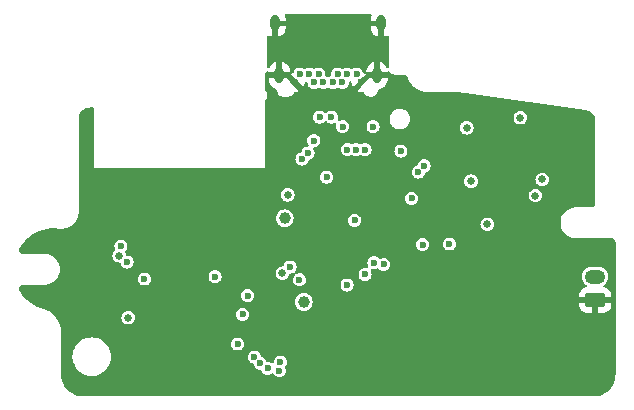
<source format=gbr>
%TF.GenerationSoftware,KiCad,Pcbnew,8.0.2*%
%TF.CreationDate,2025-05-18T14:56:39-07:00*%
%TF.ProjectId,PGS_USBW_Board,5047535f-5553-4425-975f-426f6172642e,rev?*%
%TF.SameCoordinates,Original*%
%TF.FileFunction,Copper,L2,Inr*%
%TF.FilePolarity,Positive*%
%FSLAX46Y46*%
G04 Gerber Fmt 4.6, Leading zero omitted, Abs format (unit mm)*
G04 Created by KiCad (PCBNEW 8.0.2) date 2025-05-18 14:56:39*
%MOMM*%
%LPD*%
G01*
G04 APERTURE LIST*
G04 Aperture macros list*
%AMRoundRect*
0 Rectangle with rounded corners*
0 $1 Rounding radius*
0 $2 $3 $4 $5 $6 $7 $8 $9 X,Y pos of 4 corners*
0 Add a 4 corners polygon primitive as box body*
4,1,4,$2,$3,$4,$5,$6,$7,$8,$9,$2,$3,0*
0 Add four circle primitives for the rounded corners*
1,1,$1+$1,$2,$3*
1,1,$1+$1,$4,$5*
1,1,$1+$1,$6,$7*
1,1,$1+$1,$8,$9*
0 Add four rect primitives between the rounded corners*
20,1,$1+$1,$2,$3,$4,$5,0*
20,1,$1+$1,$4,$5,$6,$7,0*
20,1,$1+$1,$6,$7,$8,$9,0*
20,1,$1+$1,$8,$9,$2,$3,0*%
G04 Aperture macros list end*
%TA.AperFunction,ComponentPad*%
%ADD10O,1.750000X1.200000*%
%TD*%
%TA.AperFunction,ComponentPad*%
%ADD11RoundRect,0.250000X0.625000X-0.350000X0.625000X0.350000X-0.625000X0.350000X-0.625000X-0.350000X0*%
%TD*%
%TA.AperFunction,ComponentPad*%
%ADD12C,0.600000*%
%TD*%
%TA.AperFunction,ComponentPad*%
%ADD13O,0.800000X1.400000*%
%TD*%
%TA.AperFunction,ViaPad*%
%ADD14C,0.600000*%
%TD*%
%TA.AperFunction,ViaPad*%
%ADD15C,0.650000*%
%TD*%
%TA.AperFunction,ViaPad*%
%ADD16C,1.000000*%
%TD*%
G04 APERTURE END LIST*
D10*
%TO.N,BATTERY_POS*%
%TO.C,J4*%
X89670000Y-39950000D03*
D11*
%TO.N,GND*%
X89670000Y-41950000D03*
%TD*%
D12*
%TO.N,GND*%
%TO.C,J2*%
X64274998Y-23511124D03*
%TO.N,+3.3V_PRE*%
X64674998Y-22811124D03*
%TO.N,N_CLOCK*%
X65474998Y-22811124D03*
%TO.N,VBUS_PRE*%
X65874998Y-23511124D03*
%TO.N,Net-(J2-CC2)*%
X66274998Y-22811124D03*
%TO.N,D+*%
X66674998Y-23511124D03*
%TO.N,D-*%
X67474998Y-23511124D03*
%TO.N,unconnected-(J2-SBU2-PadB8)*%
X67874998Y-22811124D03*
%TO.N,VBUS_PRE*%
X68274998Y-23511124D03*
%TO.N,N_LATCH*%
X68674998Y-22811124D03*
%TO.N,N_DATA*%
X69474998Y-22811124D03*
%TO.N,GND*%
X69874998Y-23511124D03*
D13*
X71204998Y-22921124D03*
X62944998Y-22921124D03*
X62584998Y-18521124D03*
X71564998Y-18521124D03*
%TD*%
D14*
%TO.N,N_LATCH_3.3*%
X70200000Y-39775000D03*
X61325000Y-47300000D03*
%TO.N,N_CLOCK_3.3*%
X68675000Y-40675000D03*
X60825000Y-46750000D03*
D15*
%TO.N,+3V3*%
X85200000Y-31730000D03*
D16*
X65000000Y-42100000D03*
D14*
X75075000Y-37250000D03*
D16*
X63400000Y-35025000D03*
D14*
X70950000Y-38775000D03*
D15*
X84620000Y-33090000D03*
D14*
%TO.N,WL_CLK*%
X50050000Y-38725000D03*
X60250000Y-41575000D03*
%TO.N,D-*%
X67350000Y-26450000D03*
D15*
%TO.N,GND*%
X54990000Y-45880000D03*
X55710000Y-44990000D03*
X45780000Y-40510000D03*
D14*
X71425000Y-31825000D03*
D15*
X49740000Y-31600000D03*
X59220000Y-31610000D03*
D14*
X66725000Y-33750000D03*
D15*
X64600000Y-43150000D03*
X49510000Y-39820000D03*
X79450000Y-33520000D03*
D14*
X73530000Y-34140000D03*
D15*
X61240000Y-43030000D03*
X77750000Y-29125000D03*
X54190000Y-45090000D03*
D14*
X77450000Y-32125000D03*
D15*
X74920000Y-27780000D03*
X49440000Y-35950000D03*
D14*
X70630000Y-35310000D03*
D15*
X45930000Y-36090000D03*
X62000000Y-42400000D03*
D14*
X67730000Y-41880000D03*
X74850000Y-32050000D03*
X69200000Y-31825000D03*
%TO.N,N_DATA_3.3*%
X71775000Y-38925000D03*
X61950000Y-47725000D03*
%TO.N,BTN_PWR*%
X77332536Y-37182766D03*
X59400000Y-45650000D03*
%TO.N,I2C1_SCL*%
X62950000Y-47925000D03*
X75200000Y-30575000D03*
%TO.N,WL_D*%
X49525000Y-37375000D03*
X63850000Y-39150000D03*
D15*
X50150000Y-43425000D03*
D14*
%TO.N,I2C1_SDA*%
X74700000Y-31100000D03*
X63025000Y-47175000D03*
%TO.N,WL_ON*%
X64625000Y-40225000D03*
X57500000Y-39950000D03*
%TO.N,WL_CS*%
X59825000Y-43150000D03*
X51500000Y-40150000D03*
%TO.N,D+*%
X66350000Y-26450000D03*
%TO.N,VBUS_PRE*%
X68300000Y-27250000D03*
D15*
X63650000Y-33025000D03*
D14*
X66931705Y-31531926D03*
X73226839Y-29326195D03*
X65858902Y-28447463D03*
%TO.N,+3.3V_PRE*%
X70878732Y-27265074D03*
D15*
X78800000Y-27350000D03*
D14*
%TO.N,N_DATA*%
X64850000Y-30000000D03*
X70188400Y-29193512D03*
%TO.N,N_LATCH*%
X65372391Y-29497588D03*
X69438400Y-29193512D03*
%TO.N,N_CLOCK*%
X68688400Y-29193512D03*
D15*
%TO.N,VBUS_SYS*%
X80550000Y-35525000D03*
X79175000Y-31875000D03*
X83350000Y-26500000D03*
D14*
%TO.N,SHARED_PU*%
X74135268Y-33319448D03*
X69322351Y-35183614D03*
D15*
%TO.N,Net-(P1A-DO)*%
X63200000Y-39675000D03*
X49375000Y-38175000D03*
%TD*%
%TA.AperFunction,Conductor*%
%TO.N,GND*%
G36*
X70689471Y-17716522D02*
G01*
X70735226Y-17769326D01*
X70745170Y-17838484D01*
X70736993Y-17868289D01*
X70699585Y-17958599D01*
X70699582Y-17958611D01*
X70664998Y-18132477D01*
X70664998Y-18271124D01*
X71314998Y-18271124D01*
X71314998Y-18771124D01*
X70664998Y-18771124D01*
X70664998Y-18909770D01*
X70699582Y-19083636D01*
X70699584Y-19083644D01*
X70767426Y-19247431D01*
X70767431Y-19247440D01*
X70865921Y-19394840D01*
X70865924Y-19394844D01*
X70991277Y-19520197D01*
X70991281Y-19520200D01*
X71138681Y-19618690D01*
X71138691Y-19618695D01*
X71302474Y-19686536D01*
X71302481Y-19686539D01*
X71314998Y-19689028D01*
X71314998Y-18870852D01*
X71353058Y-18962738D01*
X71423384Y-19033064D01*
X71515270Y-19071124D01*
X71614726Y-19071124D01*
X71706612Y-19033064D01*
X71776938Y-18962738D01*
X71814998Y-18870852D01*
X71814998Y-19689027D01*
X71827514Y-19686539D01*
X71827521Y-19686536D01*
X71991304Y-19618695D01*
X71991308Y-19618693D01*
X72056605Y-19575063D01*
X72123283Y-19554185D01*
X72190663Y-19572669D01*
X72237353Y-19624647D01*
X72249497Y-19678165D01*
X72249497Y-22167562D01*
X72229812Y-22234601D01*
X72177008Y-22280356D01*
X72107850Y-22290300D01*
X72044294Y-22261275D01*
X72010936Y-22215016D01*
X72002567Y-22194814D01*
X72002564Y-22194807D01*
X71904074Y-22047407D01*
X71904071Y-22047403D01*
X71778718Y-21922050D01*
X71778714Y-21922047D01*
X71631314Y-21823557D01*
X71631305Y-21823552D01*
X71467517Y-21755709D01*
X71454998Y-21753218D01*
X71454998Y-22571396D01*
X71416938Y-22479510D01*
X71346612Y-22409184D01*
X71254726Y-22371124D01*
X71155270Y-22371124D01*
X71063384Y-22409184D01*
X70993058Y-22479510D01*
X70954998Y-22571396D01*
X70954998Y-21753219D01*
X70954997Y-21753218D01*
X70942478Y-21755709D01*
X70778690Y-21823552D01*
X70778681Y-21823557D01*
X70631281Y-21922047D01*
X70631277Y-21922050D01*
X70505924Y-22047403D01*
X70505921Y-22047407D01*
X70407431Y-22194807D01*
X70407426Y-22194816D01*
X70339584Y-22358603D01*
X70339582Y-22358611D01*
X70304998Y-22532477D01*
X70304998Y-22639264D01*
X70286383Y-22702656D01*
X70299148Y-22688806D01*
X70362964Y-22671124D01*
X70954998Y-22671124D01*
X70954998Y-23171124D01*
X70568551Y-23171124D01*
X69874998Y-23864677D01*
X69511890Y-24227784D01*
X69511890Y-24227785D01*
X69525690Y-24236457D01*
X69525689Y-24236457D01*
X69695859Y-24296002D01*
X69874995Y-24316186D01*
X69875000Y-24316186D01*
X70007681Y-24301236D01*
X70076503Y-24313290D01*
X70127882Y-24360639D01*
X70136128Y-24377008D01*
X70138716Y-24383258D01*
X70146365Y-24396506D01*
X70214483Y-24514489D01*
X70321633Y-24621639D01*
X70452863Y-24697405D01*
X70599232Y-24736624D01*
X70599234Y-24736624D01*
X70750762Y-24736624D01*
X70750764Y-24736624D01*
X70897133Y-24697405D01*
X71028363Y-24621639D01*
X71135513Y-24514489D01*
X71211279Y-24383259D01*
X71250498Y-24236890D01*
X71250498Y-24231469D01*
X71270183Y-24164430D01*
X71322987Y-24118675D01*
X71350308Y-24109851D01*
X71467518Y-24086537D01*
X71631305Y-24018695D01*
X71631314Y-24018690D01*
X71778714Y-23920200D01*
X71778718Y-23920197D01*
X71904071Y-23794844D01*
X71904074Y-23794840D01*
X72002564Y-23647440D01*
X72002569Y-23647431D01*
X72070411Y-23483644D01*
X72070413Y-23483636D01*
X72104997Y-23309770D01*
X72104998Y-23309767D01*
X72104998Y-23171124D01*
X71454998Y-23171124D01*
X71454998Y-22671124D01*
X72104998Y-22671124D01*
X72109825Y-22666296D01*
X72124683Y-22615697D01*
X72177487Y-22569942D01*
X72246645Y-22559998D01*
X72310201Y-22589023D01*
X72325946Y-22605424D01*
X72327231Y-22607036D01*
X72327233Y-22607039D01*
X72401065Y-22699623D01*
X72493647Y-22773457D01*
X72493651Y-22773460D01*
X72583386Y-22816675D01*
X72600338Y-22824839D01*
X72715787Y-22851190D01*
X72735591Y-22851190D01*
X72735607Y-22851191D01*
X72750032Y-22851190D01*
X72750033Y-22851191D01*
X72773279Y-22851190D01*
X72774996Y-22851191D01*
X72775031Y-22851191D01*
X72854995Y-22851191D01*
X72855004Y-22851190D01*
X73517197Y-22851190D01*
X73536667Y-22852728D01*
X73592670Y-22861632D01*
X73629696Y-22873712D01*
X73671339Y-22895026D01*
X73702792Y-22917995D01*
X73735772Y-22951177D01*
X73758546Y-22982765D01*
X73783976Y-23033203D01*
X73791357Y-23051247D01*
X73815941Y-23128119D01*
X73824534Y-23154989D01*
X73924461Y-23369789D01*
X73924467Y-23369801D01*
X73996088Y-23483636D01*
X74050624Y-23570317D01*
X74201013Y-23753377D01*
X74328956Y-23874231D01*
X74373240Y-23916062D01*
X74564566Y-24055783D01*
X74564570Y-24055785D01*
X74613106Y-24082591D01*
X74771951Y-24170321D01*
X74771960Y-24170324D01*
X74771961Y-24170325D01*
X74992101Y-24257859D01*
X75160362Y-24301236D01*
X75221511Y-24317000D01*
X75456541Y-24346808D01*
X75536432Y-24346826D01*
X75536521Y-24346837D01*
X75550034Y-24346837D01*
X75574998Y-24346837D01*
X75603642Y-24346837D01*
X77938561Y-24346837D01*
X77965723Y-24346837D01*
X77968675Y-24346872D01*
X77973191Y-24346979D01*
X78196330Y-24352294D01*
X78202179Y-24352572D01*
X78427876Y-24368724D01*
X78433704Y-24369281D01*
X78659848Y-24396336D01*
X78662732Y-24396715D01*
X88944038Y-25875750D01*
X88954899Y-25877812D01*
X89090418Y-25909846D01*
X89111390Y-25916827D01*
X89219053Y-25963701D01*
X89233965Y-25970193D01*
X89253364Y-25980787D01*
X89364520Y-26055069D01*
X89381726Y-26068936D01*
X89428910Y-26114470D01*
X89477925Y-26161771D01*
X89492398Y-26178476D01*
X89570588Y-26286918D01*
X89581864Y-26305924D01*
X89639561Y-26426530D01*
X89647283Y-26447237D01*
X89682646Y-26576163D01*
X89686570Y-26597914D01*
X89691251Y-26650234D01*
X89699007Y-26736944D01*
X89699500Y-26747979D01*
X89699500Y-33716873D01*
X89698439Y-33733058D01*
X89688870Y-33805741D01*
X89680492Y-33837009D01*
X89655573Y-33897168D01*
X89639388Y-33925201D01*
X89599749Y-33976860D01*
X89576859Y-33999750D01*
X89525200Y-34039389D01*
X89497168Y-34055573D01*
X89486741Y-34059893D01*
X89437007Y-34080493D01*
X89405741Y-34088870D01*
X89333051Y-34098440D01*
X89316865Y-34099501D01*
X88106444Y-34099501D01*
X88106433Y-34099498D01*
X87947315Y-34099500D01*
X87734737Y-34134977D01*
X87530894Y-34204958D01*
X87341346Y-34307539D01*
X87341341Y-34307542D01*
X87171270Y-34439916D01*
X87171268Y-34439917D01*
X87171268Y-34439918D01*
X87129775Y-34484992D01*
X87025298Y-34598487D01*
X86907422Y-34778911D01*
X86820846Y-34976286D01*
X86767939Y-35185216D01*
X86750142Y-35399994D01*
X86750142Y-35400005D01*
X86767939Y-35614783D01*
X86820846Y-35823713D01*
X86907422Y-36021088D01*
X86967828Y-36113547D01*
X87025300Y-36201515D01*
X87171268Y-36360082D01*
X87341345Y-36492460D01*
X87530891Y-36595040D01*
X87734735Y-36665022D01*
X87875713Y-36688549D01*
X87947306Y-36700497D01*
X87947309Y-36700497D01*
X87947319Y-36700499D01*
X88015679Y-36700499D01*
X88015685Y-36700501D01*
X88030118Y-36700501D01*
X88055080Y-36700501D01*
X88083725Y-36700501D01*
X91011355Y-36700501D01*
X91031873Y-36700501D01*
X91048057Y-36701561D01*
X91120743Y-36711131D01*
X91152009Y-36719509D01*
X91212165Y-36744426D01*
X91240197Y-36760609D01*
X91291861Y-36800252D01*
X91314747Y-36823138D01*
X91326665Y-36838670D01*
X91354388Y-36874800D01*
X91370572Y-36902832D01*
X91395491Y-36962992D01*
X91403869Y-36994261D01*
X91413438Y-37066951D01*
X91414499Y-37083135D01*
X91414499Y-48217281D01*
X91414233Y-48225393D01*
X91398990Y-48457898D01*
X91396873Y-48473978D01*
X91352206Y-48698524D01*
X91348008Y-48714191D01*
X91274415Y-48930984D01*
X91268208Y-48945968D01*
X91166950Y-49151301D01*
X91158841Y-49165348D01*
X91031646Y-49355712D01*
X91021772Y-49368580D01*
X90870819Y-49540712D01*
X90859351Y-49552180D01*
X90687229Y-49703134D01*
X90674361Y-49713009D01*
X90484001Y-49840210D01*
X90469955Y-49848320D01*
X90264623Y-49949586D01*
X90249639Y-49955793D01*
X90032844Y-50029394D01*
X90017177Y-50033592D01*
X89792639Y-50078265D01*
X89776559Y-50080383D01*
X89545011Y-50095571D01*
X89536895Y-50095837D01*
X46329051Y-50095837D01*
X46320941Y-50095571D01*
X46088436Y-50080331D01*
X46072355Y-50078214D01*
X45847809Y-50033550D01*
X45832142Y-50029352D01*
X45615354Y-49955763D01*
X45600369Y-49949557D01*
X45395029Y-49848296D01*
X45380982Y-49840186D01*
X45190621Y-49712993D01*
X45177753Y-49703119D01*
X45005623Y-49552167D01*
X44994154Y-49540698D01*
X44843204Y-49368576D01*
X44833329Y-49355708D01*
X44706127Y-49165341D01*
X44698018Y-49151294D01*
X44596759Y-48945968D01*
X44590551Y-48930983D01*
X44516956Y-48714188D01*
X44512758Y-48698521D01*
X44468089Y-48473976D01*
X44465972Y-48457895D01*
X44450765Y-48225941D01*
X44450499Y-48217829D01*
X44450499Y-46721337D01*
X45419007Y-46721337D01*
X45439080Y-46976401D01*
X45439080Y-46976404D01*
X45439081Y-46976407D01*
X45485485Y-47169692D01*
X45498812Y-47225201D01*
X45596721Y-47461576D01*
X45596723Y-47461579D01*
X45730406Y-47679731D01*
X45730407Y-47679732D01*
X45730408Y-47679734D01*
X45730410Y-47679736D01*
X45896577Y-47874292D01*
X46091133Y-48040459D01*
X46091135Y-48040460D01*
X46091136Y-48040461D01*
X46091137Y-48040462D01*
X46309289Y-48174145D01*
X46309292Y-48174147D01*
X46519767Y-48261328D01*
X46545672Y-48272058D01*
X46794462Y-48331788D01*
X47049532Y-48351862D01*
X47304602Y-48331788D01*
X47553392Y-48272058D01*
X47675848Y-48221335D01*
X47789771Y-48174147D01*
X47789772Y-48174146D01*
X47789775Y-48174145D01*
X48007931Y-48040459D01*
X48202487Y-47874292D01*
X48368654Y-47679736D01*
X48502340Y-47461580D01*
X48506050Y-47452625D01*
X48568764Y-47301219D01*
X48600253Y-47225197D01*
X48659983Y-46976407D01*
X48677801Y-46750000D01*
X60269750Y-46750000D01*
X60278852Y-46819139D01*
X60288670Y-46893708D01*
X60288671Y-46893712D01*
X60344137Y-47027622D01*
X60344138Y-47027624D01*
X60344139Y-47027625D01*
X60432379Y-47142621D01*
X60547375Y-47230861D01*
X60681291Y-47286330D01*
X60681292Y-47286330D01*
X60689143Y-47288434D01*
X60688355Y-47291371D01*
X60739012Y-47313762D01*
X60777501Y-47372075D01*
X60781898Y-47392273D01*
X60788670Y-47443707D01*
X60788671Y-47443712D01*
X60844137Y-47577622D01*
X60844138Y-47577624D01*
X60844139Y-47577625D01*
X60932379Y-47692621D01*
X61047375Y-47780861D01*
X61181291Y-47836330D01*
X61325000Y-47855250D01*
X61325241Y-47855250D01*
X61325436Y-47855307D01*
X61333059Y-47856311D01*
X61332902Y-47857499D01*
X61392280Y-47874935D01*
X61438035Y-47927739D01*
X61439802Y-47931798D01*
X61469137Y-48002622D01*
X61469138Y-48002624D01*
X61469139Y-48002625D01*
X61557379Y-48117621D01*
X61672375Y-48205861D01*
X61672376Y-48205861D01*
X61672377Y-48205862D01*
X61717013Y-48224350D01*
X61806291Y-48261330D01*
X61933280Y-48278048D01*
X61949999Y-48280250D01*
X61950000Y-48280250D01*
X61950001Y-48280250D01*
X61964977Y-48278278D01*
X62093709Y-48261330D01*
X62227625Y-48205861D01*
X62284110Y-48162517D01*
X62349279Y-48137323D01*
X62417724Y-48151361D01*
X62464180Y-48196185D01*
X62464192Y-48196177D01*
X62464251Y-48196254D01*
X62466983Y-48198890D01*
X62469138Y-48202623D01*
X62469139Y-48202625D01*
X62557379Y-48317621D01*
X62672375Y-48405861D01*
X62806291Y-48461330D01*
X62933280Y-48478048D01*
X62949999Y-48480250D01*
X62950000Y-48480250D01*
X62950001Y-48480250D01*
X62964977Y-48478278D01*
X63093709Y-48461330D01*
X63227625Y-48405861D01*
X63342621Y-48317621D01*
X63430861Y-48202625D01*
X63486330Y-48068709D01*
X63505250Y-47925000D01*
X63486330Y-47781291D01*
X63432161Y-47650515D01*
X63424693Y-47581047D01*
X63448348Y-47527577D01*
X63462436Y-47509217D01*
X63505861Y-47452625D01*
X63561330Y-47318709D01*
X63580250Y-47175000D01*
X63579280Y-47167636D01*
X63569481Y-47093203D01*
X63561330Y-47031291D01*
X63505861Y-46897375D01*
X63417621Y-46782379D01*
X63302625Y-46694139D01*
X63302624Y-46694138D01*
X63302622Y-46694137D01*
X63168712Y-46638671D01*
X63168710Y-46638670D01*
X63168709Y-46638670D01*
X63096854Y-46629210D01*
X63025001Y-46619750D01*
X63024999Y-46619750D01*
X62881291Y-46638670D01*
X62881287Y-46638671D01*
X62747377Y-46694137D01*
X62632379Y-46782379D01*
X62544137Y-46897377D01*
X62488671Y-47031287D01*
X62488670Y-47031291D01*
X62469750Y-47174999D01*
X62469750Y-47178481D01*
X62468918Y-47181311D01*
X62468689Y-47183058D01*
X62468416Y-47183022D01*
X62450065Y-47245520D01*
X62397261Y-47291275D01*
X62328103Y-47301219D01*
X62270264Y-47276857D01*
X62227625Y-47244139D01*
X62227623Y-47244138D01*
X62093712Y-47188671D01*
X62093710Y-47188670D01*
X62093709Y-47188670D01*
X61989877Y-47175000D01*
X61950001Y-47169750D01*
X61949760Y-47169750D01*
X61949564Y-47169692D01*
X61941942Y-47168689D01*
X61942098Y-47167500D01*
X61882721Y-47150065D01*
X61836966Y-47097261D01*
X61835199Y-47093203D01*
X61809552Y-47031287D01*
X61805861Y-47022375D01*
X61717621Y-46907379D01*
X61602625Y-46819139D01*
X61602624Y-46819138D01*
X61602622Y-46819137D01*
X61468708Y-46763669D01*
X61460858Y-46761566D01*
X61461643Y-46758636D01*
X61410951Y-46736206D01*
X61372484Y-46677879D01*
X61368102Y-46657731D01*
X61361330Y-46606291D01*
X61305861Y-46472375D01*
X61217621Y-46357379D01*
X61102625Y-46269139D01*
X61102624Y-46269138D01*
X61102622Y-46269137D01*
X60968712Y-46213671D01*
X60968710Y-46213670D01*
X60968709Y-46213670D01*
X60896854Y-46204210D01*
X60825001Y-46194750D01*
X60824999Y-46194750D01*
X60681291Y-46213670D01*
X60681287Y-46213671D01*
X60547377Y-46269137D01*
X60432379Y-46357379D01*
X60344137Y-46472377D01*
X60288671Y-46606287D01*
X60288670Y-46606291D01*
X60269750Y-46750000D01*
X48677801Y-46750000D01*
X48680057Y-46721337D01*
X48659983Y-46466267D01*
X48600253Y-46217477D01*
X48598676Y-46213670D01*
X48502342Y-45981097D01*
X48502340Y-45981094D01*
X48368657Y-45762942D01*
X48368656Y-45762941D01*
X48368655Y-45762940D01*
X48368654Y-45762938D01*
X48272196Y-45650000D01*
X58844750Y-45650000D01*
X58852660Y-45710085D01*
X58863670Y-45793708D01*
X58863671Y-45793712D01*
X58919137Y-45927622D01*
X58919138Y-45927624D01*
X58919139Y-45927625D01*
X59007379Y-46042621D01*
X59122375Y-46130861D01*
X59256291Y-46186330D01*
X59383280Y-46203048D01*
X59399999Y-46205250D01*
X59400000Y-46205250D01*
X59400001Y-46205250D01*
X59414977Y-46203278D01*
X59543709Y-46186330D01*
X59677625Y-46130861D01*
X59792621Y-46042621D01*
X59880861Y-45927625D01*
X59936330Y-45793709D01*
X59955250Y-45650000D01*
X59936330Y-45506291D01*
X59880861Y-45372375D01*
X59792621Y-45257379D01*
X59677625Y-45169139D01*
X59677624Y-45169138D01*
X59677622Y-45169137D01*
X59543712Y-45113671D01*
X59543710Y-45113670D01*
X59543709Y-45113670D01*
X59471854Y-45104210D01*
X59400001Y-45094750D01*
X59399999Y-45094750D01*
X59256291Y-45113670D01*
X59256287Y-45113671D01*
X59122377Y-45169137D01*
X59007379Y-45257379D01*
X58919137Y-45372377D01*
X58863671Y-45506287D01*
X58863670Y-45506291D01*
X58844750Y-45650000D01*
X48272196Y-45650000D01*
X48202487Y-45568382D01*
X48007931Y-45402215D01*
X48007929Y-45402213D01*
X48007927Y-45402212D01*
X48007926Y-45402211D01*
X47789774Y-45268528D01*
X47789771Y-45268526D01*
X47553396Y-45170617D01*
X47547240Y-45169139D01*
X47304602Y-45110886D01*
X47304599Y-45110885D01*
X47304596Y-45110885D01*
X47049532Y-45090812D01*
X46794467Y-45110885D01*
X46794463Y-45110885D01*
X46794462Y-45110886D01*
X46670067Y-45140751D01*
X46545667Y-45170617D01*
X46309292Y-45268526D01*
X46309289Y-45268528D01*
X46091137Y-45402211D01*
X46091136Y-45402212D01*
X45896577Y-45568382D01*
X45730407Y-45762941D01*
X45730406Y-45762942D01*
X45596723Y-45981094D01*
X45596721Y-45981097D01*
X45498812Y-46217472D01*
X45439080Y-46466272D01*
X45419007Y-46721337D01*
X44450499Y-46721337D01*
X44450499Y-46466267D01*
X44450499Y-44702481D01*
X44450501Y-44702088D01*
X44450523Y-44698655D01*
X44450524Y-44698655D01*
X44451334Y-44570787D01*
X44422202Y-44316710D01*
X44362824Y-44067958D01*
X44276772Y-43835451D01*
X44274058Y-43828118D01*
X44229461Y-43741322D01*
X44157180Y-43600645D01*
X44038353Y-43424999D01*
X49569534Y-43424999D01*
X49569534Y-43425000D01*
X49589312Y-43575234D01*
X49589313Y-43575236D01*
X49635329Y-43686329D01*
X49647302Y-43715233D01*
X49739549Y-43835451D01*
X49859767Y-43927698D01*
X49999764Y-43985687D01*
X50074882Y-43995576D01*
X50149999Y-44005466D01*
X50150000Y-44005466D01*
X50150001Y-44005466D01*
X50200078Y-43998873D01*
X50300236Y-43985687D01*
X50440233Y-43927698D01*
X50560451Y-43835451D01*
X50652698Y-43715233D01*
X50710687Y-43575236D01*
X50730466Y-43425000D01*
X50710687Y-43274764D01*
X50659007Y-43149999D01*
X59269750Y-43149999D01*
X59269750Y-43150000D01*
X59288670Y-43293708D01*
X59288671Y-43293712D01*
X59344137Y-43427622D01*
X59344138Y-43427624D01*
X59344139Y-43427625D01*
X59432379Y-43542621D01*
X59547375Y-43630861D01*
X59681291Y-43686330D01*
X59808280Y-43703048D01*
X59824999Y-43705250D01*
X59825000Y-43705250D01*
X59825001Y-43705250D01*
X59839977Y-43703278D01*
X59968709Y-43686330D01*
X60102625Y-43630861D01*
X60217621Y-43542621D01*
X60305861Y-43427625D01*
X60361330Y-43293709D01*
X60380250Y-43150000D01*
X60361330Y-43006291D01*
X60305861Y-42872375D01*
X60217621Y-42757379D01*
X60102625Y-42669139D01*
X60102624Y-42669138D01*
X60102622Y-42669137D01*
X59968712Y-42613671D01*
X59968710Y-42613670D01*
X59968709Y-42613670D01*
X59896854Y-42604210D01*
X59825001Y-42594750D01*
X59824999Y-42594750D01*
X59681291Y-42613670D01*
X59681287Y-42613671D01*
X59547377Y-42669137D01*
X59432379Y-42757379D01*
X59344137Y-42872377D01*
X59288671Y-43006287D01*
X59288670Y-43006291D01*
X59269750Y-43149999D01*
X50659007Y-43149999D01*
X50652698Y-43134767D01*
X50560451Y-43014549D01*
X50440233Y-42922302D01*
X50440229Y-42922300D01*
X50300236Y-42864313D01*
X50300234Y-42864312D01*
X50150001Y-42844534D01*
X50149999Y-42844534D01*
X49999765Y-42864312D01*
X49999763Y-42864313D01*
X49859770Y-42922300D01*
X49859767Y-42922301D01*
X49859767Y-42922302D01*
X49739549Y-43014549D01*
X49720400Y-43039505D01*
X49647300Y-43134770D01*
X49589313Y-43274763D01*
X49589312Y-43274765D01*
X49569534Y-43424999D01*
X44038353Y-43424999D01*
X44013879Y-43388823D01*
X43846220Y-43195706D01*
X43775120Y-43131345D01*
X43656616Y-43024074D01*
X43656614Y-43024073D01*
X43447824Y-42876422D01*
X43447817Y-42876417D01*
X43388808Y-42844534D01*
X43222822Y-42754850D01*
X43222814Y-42754847D01*
X43138900Y-42721827D01*
X43126626Y-42714717D01*
X43126485Y-42715010D01*
X43113907Y-42708923D01*
X43104126Y-42706671D01*
X43086513Y-42701208D01*
X43077173Y-42697529D01*
X43065621Y-42695773D01*
X43050642Y-42692537D01*
X42769974Y-42613479D01*
X42758632Y-42609685D01*
X42458240Y-42492809D01*
X42447317Y-42487941D01*
X42159568Y-42342666D01*
X42149173Y-42336773D01*
X41876753Y-42164447D01*
X41866975Y-42157580D01*
X41792858Y-42099997D01*
X41612426Y-41959816D01*
X41603350Y-41952035D01*
X41369044Y-41730674D01*
X41360757Y-41722051D01*
X41232479Y-41574999D01*
X59694750Y-41574999D01*
X59694750Y-41575000D01*
X59713670Y-41718708D01*
X59713671Y-41718712D01*
X59769137Y-41852622D01*
X59769138Y-41852624D01*
X59769139Y-41852625D01*
X59857379Y-41967621D01*
X59972375Y-42055861D01*
X60106291Y-42111330D01*
X60233280Y-42128048D01*
X60249999Y-42130250D01*
X60250000Y-42130250D01*
X60250001Y-42130250D01*
X60264977Y-42128278D01*
X60393709Y-42111330D01*
X60421070Y-42099997D01*
X64244751Y-42099997D01*
X64244751Y-42100002D01*
X64263685Y-42268056D01*
X64319545Y-42427694D01*
X64319547Y-42427697D01*
X64409518Y-42570884D01*
X64409523Y-42570890D01*
X64529109Y-42690476D01*
X64529115Y-42690481D01*
X64672302Y-42780452D01*
X64672305Y-42780454D01*
X64672309Y-42780455D01*
X64672310Y-42780456D01*
X64708085Y-42792974D01*
X64831943Y-42836314D01*
X64999997Y-42855249D01*
X65000000Y-42855249D01*
X65000003Y-42855249D01*
X65168056Y-42836314D01*
X65168059Y-42836313D01*
X65327690Y-42780456D01*
X65327692Y-42780454D01*
X65327694Y-42780454D01*
X65327697Y-42780452D01*
X65470884Y-42690481D01*
X65470885Y-42690480D01*
X65470890Y-42690477D01*
X65590477Y-42570890D01*
X65664743Y-42452697D01*
X65680452Y-42427697D01*
X65680454Y-42427694D01*
X65680454Y-42427692D01*
X65680456Y-42427690D01*
X65736313Y-42268059D01*
X65736313Y-42268058D01*
X65736314Y-42268056D01*
X65755249Y-42100002D01*
X65755249Y-42099997D01*
X65736314Y-41931943D01*
X65680454Y-41772305D01*
X65680452Y-41772302D01*
X65590481Y-41629115D01*
X65590476Y-41629109D01*
X65511380Y-41550013D01*
X88295000Y-41550013D01*
X88295000Y-41700000D01*
X89389670Y-41700000D01*
X89369925Y-41719745D01*
X89320556Y-41805255D01*
X89295000Y-41900630D01*
X89295000Y-41999370D01*
X89320556Y-42094745D01*
X89369925Y-42180255D01*
X89389670Y-42200000D01*
X88295001Y-42200000D01*
X88295001Y-42349986D01*
X88305494Y-42452697D01*
X88360641Y-42619119D01*
X88360643Y-42619124D01*
X88452684Y-42768345D01*
X88576654Y-42892315D01*
X88725875Y-42984356D01*
X88725880Y-42984358D01*
X88892302Y-43039505D01*
X88892309Y-43039506D01*
X88995019Y-43049999D01*
X89419999Y-43049999D01*
X89420000Y-43049998D01*
X89420000Y-42230330D01*
X89439745Y-42250075D01*
X89525255Y-42299444D01*
X89620630Y-42325000D01*
X89719370Y-42325000D01*
X89814745Y-42299444D01*
X89900255Y-42250075D01*
X89920000Y-42230330D01*
X89920000Y-43049999D01*
X90344972Y-43049999D01*
X90344986Y-43049998D01*
X90447697Y-43039505D01*
X90614119Y-42984358D01*
X90614124Y-42984356D01*
X90763345Y-42892315D01*
X90887315Y-42768345D01*
X90979356Y-42619124D01*
X90979358Y-42619119D01*
X91034505Y-42452697D01*
X91034506Y-42452690D01*
X91044999Y-42349986D01*
X91045000Y-42349973D01*
X91045000Y-42200000D01*
X89950330Y-42200000D01*
X89970075Y-42180255D01*
X90019444Y-42094745D01*
X90045000Y-41999370D01*
X90045000Y-41900630D01*
X90019444Y-41805255D01*
X89970075Y-41719745D01*
X89950330Y-41700000D01*
X91044999Y-41700000D01*
X91044999Y-41550028D01*
X91044998Y-41550013D01*
X91034505Y-41447302D01*
X90979358Y-41280880D01*
X90979356Y-41280875D01*
X90887315Y-41131654D01*
X90763345Y-41007684D01*
X90614124Y-40915643D01*
X90614119Y-40915641D01*
X90464983Y-40866223D01*
X90407538Y-40826451D01*
X90380715Y-40761935D01*
X90393030Y-40693159D01*
X90435095Y-40645416D01*
X90487162Y-40610626D01*
X90605626Y-40492162D01*
X90698703Y-40352863D01*
X90762816Y-40198082D01*
X90795500Y-40033767D01*
X90795500Y-39866233D01*
X90762816Y-39701918D01*
X90708514Y-39570822D01*
X90698704Y-39547139D01*
X90693659Y-39539589D01*
X90646585Y-39469137D01*
X90605626Y-39407837D01*
X90487162Y-39289373D01*
X90347860Y-39196295D01*
X90193082Y-39132184D01*
X90193074Y-39132182D01*
X90028771Y-39099500D01*
X90028767Y-39099500D01*
X89311233Y-39099500D01*
X89311228Y-39099500D01*
X89146925Y-39132182D01*
X89146917Y-39132184D01*
X88992139Y-39196295D01*
X88852837Y-39289373D01*
X88734373Y-39407837D01*
X88641295Y-39547139D01*
X88577184Y-39701917D01*
X88577182Y-39701925D01*
X88544500Y-39866228D01*
X88544500Y-40033771D01*
X88577182Y-40198074D01*
X88577184Y-40198082D01*
X88641295Y-40352860D01*
X88734373Y-40492162D01*
X88852835Y-40610624D01*
X88852838Y-40610626D01*
X88904901Y-40645414D01*
X88949707Y-40699025D01*
X88958414Y-40768350D01*
X88928260Y-40831378D01*
X88875016Y-40866222D01*
X88725878Y-40915642D01*
X88725875Y-40915643D01*
X88576654Y-41007684D01*
X88452684Y-41131654D01*
X88360643Y-41280875D01*
X88360641Y-41280880D01*
X88305494Y-41447302D01*
X88305493Y-41447309D01*
X88295000Y-41550013D01*
X65511380Y-41550013D01*
X65470890Y-41509523D01*
X65470884Y-41509518D01*
X65327697Y-41419547D01*
X65327694Y-41419545D01*
X65168056Y-41363685D01*
X65000003Y-41344751D01*
X64999997Y-41344751D01*
X64831943Y-41363685D01*
X64672305Y-41419545D01*
X64672302Y-41419547D01*
X64529115Y-41509518D01*
X64529109Y-41509523D01*
X64409523Y-41629109D01*
X64409518Y-41629115D01*
X64319547Y-41772302D01*
X64319545Y-41772305D01*
X64263685Y-41931943D01*
X64244751Y-42099997D01*
X60421070Y-42099997D01*
X60527625Y-42055861D01*
X60642621Y-41967621D01*
X60730861Y-41852625D01*
X60786330Y-41718709D01*
X60805250Y-41575000D01*
X60786330Y-41431291D01*
X60730861Y-41297375D01*
X60642621Y-41182379D01*
X60527625Y-41094139D01*
X60527624Y-41094138D01*
X60527622Y-41094137D01*
X60393712Y-41038671D01*
X60393710Y-41038670D01*
X60393709Y-41038670D01*
X60321854Y-41029210D01*
X60250001Y-41019750D01*
X60249999Y-41019750D01*
X60106291Y-41038670D01*
X60106287Y-41038671D01*
X59972377Y-41094137D01*
X59857379Y-41182379D01*
X59769137Y-41297377D01*
X59713671Y-41431287D01*
X59713670Y-41431291D01*
X59694750Y-41574999D01*
X41232479Y-41574999D01*
X41148872Y-41479156D01*
X41141454Y-41469776D01*
X40957196Y-41212135D01*
X40945793Y-41192658D01*
X40915117Y-41127256D01*
X40905183Y-41095664D01*
X40893867Y-41030002D01*
X40892653Y-40996915D01*
X40899123Y-40930602D01*
X40906713Y-40898367D01*
X40930504Y-40836138D01*
X40946356Y-40807060D01*
X40985773Y-40753347D01*
X41008755Y-40729506D01*
X41060987Y-40688142D01*
X41089463Y-40671235D01*
X41150776Y-40645175D01*
X41182710Y-40636408D01*
X41256637Y-40626445D01*
X41273175Y-40625335D01*
X41293943Y-40625335D01*
X41293944Y-40625334D01*
X41308218Y-40625334D01*
X41308545Y-40625296D01*
X43006471Y-40625296D01*
X43006495Y-40625303D01*
X43057840Y-40625303D01*
X43165603Y-40625303D01*
X43378189Y-40589829D01*
X43582037Y-40519848D01*
X43771586Y-40417269D01*
X43941666Y-40284890D01*
X44065842Y-40149999D01*
X50944750Y-40149999D01*
X50944750Y-40150000D01*
X50963670Y-40293708D01*
X50963671Y-40293712D01*
X51019137Y-40427622D01*
X51019138Y-40427624D01*
X51019139Y-40427625D01*
X51107379Y-40542621D01*
X51222375Y-40630861D01*
X51222376Y-40630861D01*
X51222377Y-40630862D01*
X51267013Y-40649350D01*
X51356291Y-40686330D01*
X51483280Y-40703048D01*
X51499999Y-40705250D01*
X51500000Y-40705250D01*
X51500001Y-40705250D01*
X51514977Y-40703278D01*
X51643709Y-40686330D01*
X51777625Y-40630861D01*
X51892621Y-40542621D01*
X51980861Y-40427625D01*
X52036330Y-40293709D01*
X52055250Y-40150000D01*
X52053758Y-40138671D01*
X52047839Y-40093708D01*
X52036330Y-40006291D01*
X52013014Y-39950000D01*
X56944750Y-39950000D01*
X56955778Y-40033768D01*
X56963670Y-40093708D01*
X56963671Y-40093712D01*
X57019137Y-40227622D01*
X57019138Y-40227624D01*
X57019139Y-40227625D01*
X57107379Y-40342621D01*
X57222375Y-40430861D01*
X57356291Y-40486330D01*
X57480039Y-40502622D01*
X57499999Y-40505250D01*
X57500000Y-40505250D01*
X57500001Y-40505250D01*
X57519961Y-40502622D01*
X57643709Y-40486330D01*
X57777625Y-40430861D01*
X57892621Y-40342621D01*
X57980861Y-40227625D01*
X58036330Y-40093709D01*
X58055250Y-39950000D01*
X58054904Y-39947375D01*
X58051130Y-39918708D01*
X58036330Y-39806291D01*
X57981948Y-39674999D01*
X62619534Y-39674999D01*
X62619534Y-39675000D01*
X62639312Y-39825234D01*
X62639313Y-39825236D01*
X62689905Y-39947377D01*
X62697302Y-39965233D01*
X62789549Y-40085451D01*
X62909767Y-40177698D01*
X63049764Y-40235687D01*
X63124882Y-40245576D01*
X63199999Y-40255466D01*
X63200000Y-40255466D01*
X63200001Y-40255466D01*
X63250078Y-40248873D01*
X63350236Y-40235687D01*
X63490233Y-40177698D01*
X63610451Y-40085451D01*
X63702698Y-39965233D01*
X63760687Y-39825236D01*
X63762767Y-39809434D01*
X63791033Y-39745538D01*
X63849357Y-39707066D01*
X63869518Y-39702680D01*
X63993709Y-39686330D01*
X64080318Y-39650455D01*
X64149784Y-39642987D01*
X64212264Y-39674262D01*
X64247916Y-39734351D01*
X64245423Y-39804176D01*
X64226144Y-39840503D01*
X64144139Y-39947374D01*
X64144138Y-39947376D01*
X64088671Y-40081287D01*
X64088670Y-40081291D01*
X64075978Y-40177698D01*
X64069750Y-40225000D01*
X64086583Y-40352860D01*
X64088670Y-40368708D01*
X64088671Y-40368712D01*
X64144137Y-40502622D01*
X64144138Y-40502624D01*
X64144139Y-40502625D01*
X64232379Y-40617621D01*
X64347375Y-40705861D01*
X64481291Y-40761330D01*
X64608280Y-40778048D01*
X64624999Y-40780250D01*
X64625000Y-40780250D01*
X64625001Y-40780250D01*
X64639977Y-40778278D01*
X64768709Y-40761330D01*
X64902625Y-40705861D01*
X64942844Y-40675000D01*
X68119750Y-40675000D01*
X68131195Y-40761935D01*
X68138670Y-40818708D01*
X68138671Y-40818712D01*
X68194137Y-40952622D01*
X68194138Y-40952624D01*
X68194139Y-40952625D01*
X68282379Y-41067621D01*
X68397375Y-41155861D01*
X68531291Y-41211330D01*
X68658280Y-41228048D01*
X68674999Y-41230250D01*
X68675000Y-41230250D01*
X68675001Y-41230250D01*
X68689977Y-41228278D01*
X68818709Y-41211330D01*
X68952625Y-41155861D01*
X69067621Y-41067621D01*
X69155861Y-40952625D01*
X69211330Y-40818709D01*
X69230250Y-40675000D01*
X69211330Y-40531291D01*
X69155861Y-40397375D01*
X69067621Y-40282379D01*
X68952625Y-40194139D01*
X68952624Y-40194138D01*
X68952622Y-40194137D01*
X68818712Y-40138671D01*
X68818710Y-40138670D01*
X68818709Y-40138670D01*
X68724903Y-40126320D01*
X68675001Y-40119750D01*
X68674999Y-40119750D01*
X68531291Y-40138670D01*
X68531287Y-40138671D01*
X68397377Y-40194137D01*
X68282379Y-40282379D01*
X68194137Y-40397377D01*
X68138671Y-40531287D01*
X68138670Y-40531291D01*
X68126289Y-40625336D01*
X68119750Y-40675000D01*
X64942844Y-40675000D01*
X65017621Y-40617621D01*
X65105861Y-40502625D01*
X65161330Y-40368709D01*
X65180250Y-40225000D01*
X65161330Y-40081291D01*
X65105861Y-39947375D01*
X65017621Y-39832379D01*
X64942842Y-39774999D01*
X69644750Y-39774999D01*
X69644750Y-39775000D01*
X69663670Y-39918708D01*
X69663671Y-39918712D01*
X69719137Y-40052622D01*
X69719138Y-40052624D01*
X69719139Y-40052625D01*
X69807379Y-40167621D01*
X69922375Y-40255861D01*
X70056291Y-40311330D01*
X70183280Y-40328048D01*
X70199999Y-40330250D01*
X70200000Y-40330250D01*
X70200001Y-40330250D01*
X70214977Y-40328278D01*
X70343709Y-40311330D01*
X70477625Y-40255861D01*
X70592621Y-40167621D01*
X70680861Y-40052625D01*
X70736330Y-39918709D01*
X70755250Y-39775000D01*
X70736330Y-39631291D01*
X70680861Y-39497375D01*
X70680856Y-39497369D01*
X70680021Y-39495922D01*
X70679683Y-39494531D01*
X70677751Y-39489866D01*
X70678478Y-39489564D01*
X70663543Y-39428023D01*
X70686390Y-39361994D01*
X70741307Y-39318799D01*
X70803589Y-39310974D01*
X70806290Y-39311329D01*
X70806291Y-39311330D01*
X70863023Y-39318799D01*
X70949999Y-39330250D01*
X70950000Y-39330250D01*
X70950001Y-39330250D01*
X70964977Y-39328278D01*
X71093709Y-39311330D01*
X71206650Y-39264549D01*
X71221189Y-39258527D01*
X71290658Y-39251058D01*
X71353137Y-39282334D01*
X71367016Y-39297601D01*
X71382375Y-39317617D01*
X71382377Y-39317618D01*
X71382379Y-39317621D01*
X71497375Y-39405861D01*
X71497376Y-39405861D01*
X71497377Y-39405862D01*
X71502148Y-39407838D01*
X71631291Y-39461330D01*
X71758280Y-39478048D01*
X71774999Y-39480250D01*
X71775000Y-39480250D01*
X71775001Y-39480250D01*
X71789977Y-39478278D01*
X71918709Y-39461330D01*
X72052625Y-39405861D01*
X72167621Y-39317621D01*
X72255861Y-39202625D01*
X72311330Y-39068709D01*
X72330250Y-38925000D01*
X72311330Y-38781291D01*
X72255861Y-38647375D01*
X72167621Y-38532379D01*
X72052625Y-38444139D01*
X72052624Y-38444138D01*
X72052622Y-38444137D01*
X71918712Y-38388671D01*
X71918710Y-38388670D01*
X71918709Y-38388670D01*
X71846854Y-38379210D01*
X71775001Y-38369750D01*
X71774999Y-38369750D01*
X71631291Y-38388670D01*
X71631287Y-38388671D01*
X71503810Y-38441473D01*
X71434340Y-38448942D01*
X71371861Y-38417666D01*
X71357988Y-38402405D01*
X71342621Y-38382379D01*
X71227625Y-38294139D01*
X71227624Y-38294138D01*
X71227622Y-38294137D01*
X71093712Y-38238671D01*
X71093710Y-38238670D01*
X71093709Y-38238670D01*
X71021854Y-38229210D01*
X70950001Y-38219750D01*
X70949999Y-38219750D01*
X70806291Y-38238670D01*
X70806287Y-38238671D01*
X70672377Y-38294137D01*
X70557379Y-38382379D01*
X70469137Y-38497377D01*
X70413671Y-38631287D01*
X70413670Y-38631291D01*
X70394750Y-38774999D01*
X70394750Y-38775000D01*
X70413670Y-38918708D01*
X70413671Y-38918712D01*
X70469137Y-39052621D01*
X70469980Y-39054081D01*
X70470316Y-39055469D01*
X70472249Y-39060134D01*
X70471521Y-39060435D01*
X70486456Y-39121980D01*
X70463607Y-39188008D01*
X70408687Y-39231201D01*
X70346411Y-39239025D01*
X70200002Y-39219750D01*
X70199999Y-39219750D01*
X70056291Y-39238670D01*
X70056287Y-39238671D01*
X69922377Y-39294137D01*
X69807379Y-39382379D01*
X69719137Y-39497377D01*
X69663671Y-39631287D01*
X69663670Y-39631291D01*
X69644750Y-39774999D01*
X64942842Y-39774999D01*
X64902625Y-39744139D01*
X64902624Y-39744138D01*
X64902622Y-39744137D01*
X64768712Y-39688671D01*
X64768710Y-39688670D01*
X64768709Y-39688670D01*
X64664877Y-39675000D01*
X64625001Y-39669750D01*
X64624999Y-39669750D01*
X64481293Y-39688669D01*
X64464232Y-39695736D01*
X64394681Y-39724544D01*
X64325213Y-39732012D01*
X64262734Y-39700736D01*
X64227082Y-39640647D01*
X64229577Y-39570822D01*
X64248856Y-39534495D01*
X64277340Y-39497375D01*
X64330861Y-39427625D01*
X64386330Y-39293709D01*
X64405250Y-39150000D01*
X64386330Y-39006291D01*
X64330861Y-38872375D01*
X64242621Y-38757379D01*
X64127625Y-38669139D01*
X64127624Y-38669138D01*
X64127622Y-38669137D01*
X63993712Y-38613671D01*
X63993710Y-38613670D01*
X63993709Y-38613670D01*
X63921854Y-38604210D01*
X63850001Y-38594750D01*
X63849999Y-38594750D01*
X63706291Y-38613670D01*
X63706287Y-38613671D01*
X63572377Y-38669137D01*
X63457379Y-38757379D01*
X63369137Y-38872377D01*
X63310560Y-39013799D01*
X63308390Y-39012900D01*
X63278285Y-39062290D01*
X63215437Y-39092818D01*
X63208052Y-39093434D01*
X63208058Y-39093473D01*
X63049764Y-39114313D01*
X63049763Y-39114313D01*
X62909770Y-39172300D01*
X62909767Y-39172301D01*
X62909767Y-39172302D01*
X62789549Y-39264549D01*
X62699135Y-39382379D01*
X62697300Y-39384770D01*
X62639313Y-39524763D01*
X62639312Y-39524765D01*
X62619534Y-39674999D01*
X57981948Y-39674999D01*
X57980861Y-39672375D01*
X57892621Y-39557379D01*
X57777625Y-39469139D01*
X57777624Y-39469138D01*
X57777622Y-39469137D01*
X57643712Y-39413671D01*
X57643710Y-39413670D01*
X57643709Y-39413670D01*
X57571854Y-39404210D01*
X57500001Y-39394750D01*
X57499999Y-39394750D01*
X57356291Y-39413670D01*
X57356287Y-39413671D01*
X57222377Y-39469137D01*
X57107379Y-39557379D01*
X57019137Y-39672377D01*
X56963671Y-39806287D01*
X56963670Y-39806291D01*
X56945096Y-39947375D01*
X56944750Y-39950000D01*
X52013014Y-39950000D01*
X51980861Y-39872375D01*
X51892621Y-39757379D01*
X51777625Y-39669139D01*
X51777624Y-39669138D01*
X51777622Y-39669137D01*
X51643712Y-39613671D01*
X51643710Y-39613670D01*
X51643709Y-39613670D01*
X51571854Y-39604210D01*
X51500001Y-39594750D01*
X51499999Y-39594750D01*
X51356291Y-39613670D01*
X51356287Y-39613671D01*
X51222377Y-39669137D01*
X51107379Y-39757379D01*
X51019137Y-39872377D01*
X50963671Y-40006287D01*
X50963670Y-40006291D01*
X50944750Y-40149999D01*
X44065842Y-40149999D01*
X44087637Y-40126323D01*
X44205518Y-39945892D01*
X44292094Y-39748519D01*
X44345002Y-39539589D01*
X44359718Y-39361994D01*
X44362800Y-39324804D01*
X44362800Y-39324793D01*
X44345003Y-39110018D01*
X44345002Y-39110015D01*
X44345002Y-39110010D01*
X44292093Y-38901080D01*
X44205518Y-38703707D01*
X44188525Y-38677698D01*
X44146577Y-38613491D01*
X44087636Y-38523276D01*
X43941665Y-38364709D01*
X43850994Y-38294137D01*
X43771587Y-38232332D01*
X43665646Y-38174999D01*
X48794534Y-38174999D01*
X48794534Y-38175000D01*
X48814312Y-38325234D01*
X48814313Y-38325236D01*
X48864905Y-38447377D01*
X48872302Y-38465233D01*
X48964549Y-38585451D01*
X49084767Y-38677698D01*
X49224764Y-38735687D01*
X49253347Y-38739450D01*
X49374999Y-38755466D01*
X49383128Y-38755466D01*
X49383128Y-38757104D01*
X49442740Y-38766396D01*
X49494999Y-38812772D01*
X49512838Y-38862388D01*
X49513670Y-38868707D01*
X49513671Y-38868712D01*
X49569137Y-39002622D01*
X49569138Y-39002624D01*
X49569139Y-39002625D01*
X49657379Y-39117621D01*
X49772375Y-39205861D01*
X49772376Y-39205861D01*
X49772377Y-39205862D01*
X49817013Y-39224350D01*
X49906291Y-39261330D01*
X50033280Y-39278048D01*
X50049999Y-39280250D01*
X50050000Y-39280250D01*
X50050001Y-39280250D01*
X50064977Y-39278278D01*
X50193709Y-39261330D01*
X50327625Y-39205861D01*
X50442621Y-39117621D01*
X50530861Y-39002625D01*
X50586330Y-38868709D01*
X50605250Y-38725000D01*
X50586330Y-38581291D01*
X50530861Y-38447375D01*
X50442621Y-38332379D01*
X50327625Y-38244139D01*
X50327624Y-38244138D01*
X50327622Y-38244137D01*
X50193712Y-38188671D01*
X50193710Y-38188670D01*
X50193709Y-38188670D01*
X50134157Y-38180829D01*
X50047428Y-38169411D01*
X49983532Y-38141144D01*
X49945061Y-38082819D01*
X49940676Y-38062662D01*
X49935687Y-38024764D01*
X49886787Y-37906709D01*
X49879318Y-37837239D01*
X49910593Y-37774760D01*
X49913671Y-37771570D01*
X49917616Y-37767624D01*
X49917621Y-37767621D01*
X50005861Y-37652625D01*
X50061330Y-37518709D01*
X50080250Y-37375000D01*
X50063793Y-37250000D01*
X74519750Y-37250000D01*
X74527768Y-37310905D01*
X74538670Y-37393708D01*
X74538671Y-37393712D01*
X74594137Y-37527622D01*
X74594138Y-37527624D01*
X74594139Y-37527625D01*
X74682379Y-37642621D01*
X74797375Y-37730861D01*
X74797376Y-37730861D01*
X74797377Y-37730862D01*
X74814649Y-37738016D01*
X74931291Y-37786330D01*
X75058280Y-37803048D01*
X75074999Y-37805250D01*
X75075000Y-37805250D01*
X75075001Y-37805250D01*
X75089977Y-37803278D01*
X75218709Y-37786330D01*
X75352625Y-37730861D01*
X75467621Y-37642621D01*
X75555861Y-37527625D01*
X75611330Y-37393709D01*
X75630250Y-37250000D01*
X75621398Y-37182765D01*
X76777286Y-37182765D01*
X76777286Y-37182766D01*
X76796206Y-37326474D01*
X76796207Y-37326478D01*
X76851673Y-37460388D01*
X76851674Y-37460390D01*
X76851675Y-37460391D01*
X76939915Y-37575387D01*
X77054911Y-37663627D01*
X77188827Y-37719096D01*
X77311572Y-37735256D01*
X77332535Y-37738016D01*
X77332536Y-37738016D01*
X77332537Y-37738016D01*
X77350750Y-37735618D01*
X77476245Y-37719096D01*
X77610161Y-37663627D01*
X77725157Y-37575387D01*
X77813397Y-37460391D01*
X77868866Y-37326475D01*
X77887786Y-37182766D01*
X77868866Y-37039057D01*
X77813397Y-36905141D01*
X77725157Y-36790145D01*
X77610161Y-36701905D01*
X77610160Y-36701904D01*
X77610158Y-36701903D01*
X77476248Y-36646437D01*
X77476246Y-36646436D01*
X77476245Y-36646436D01*
X77402089Y-36636673D01*
X77332537Y-36627516D01*
X77332535Y-36627516D01*
X77188827Y-36646436D01*
X77188823Y-36646437D01*
X77054913Y-36701903D01*
X76939915Y-36790145D01*
X76851673Y-36905143D01*
X76796207Y-37039053D01*
X76796206Y-37039057D01*
X76777286Y-37182765D01*
X75621398Y-37182765D01*
X75611330Y-37106291D01*
X75555861Y-36972375D01*
X75467621Y-36857379D01*
X75352625Y-36769139D01*
X75352624Y-36769138D01*
X75352622Y-36769137D01*
X75218712Y-36713671D01*
X75218710Y-36713670D01*
X75218709Y-36713670D01*
X75129347Y-36701905D01*
X75075001Y-36694750D01*
X75074999Y-36694750D01*
X74931291Y-36713670D01*
X74931287Y-36713671D01*
X74797377Y-36769137D01*
X74682379Y-36857379D01*
X74594137Y-36972377D01*
X74538671Y-37106287D01*
X74538670Y-37106291D01*
X74519750Y-37250000D01*
X50063793Y-37250000D01*
X50061330Y-37231291D01*
X50009554Y-37106291D01*
X50005862Y-37097377D01*
X50005861Y-37097376D01*
X50005861Y-37097375D01*
X49917621Y-36982379D01*
X49802625Y-36894139D01*
X49802624Y-36894138D01*
X49802622Y-36894137D01*
X49668712Y-36838671D01*
X49668710Y-36838670D01*
X49668709Y-36838670D01*
X49550757Y-36823141D01*
X49525001Y-36819750D01*
X49524999Y-36819750D01*
X49381291Y-36838670D01*
X49381287Y-36838671D01*
X49247377Y-36894137D01*
X49132379Y-36982379D01*
X49044137Y-37097377D01*
X48988671Y-37231287D01*
X48988670Y-37231291D01*
X48976139Y-37326475D01*
X48969750Y-37375000D01*
X48988670Y-37518709D01*
X48992362Y-37527622D01*
X49023711Y-37603308D01*
X49031178Y-37672777D01*
X48999903Y-37735256D01*
X48984638Y-37749133D01*
X48964552Y-37764546D01*
X48964550Y-37764547D01*
X48964549Y-37764549D01*
X48915051Y-37829056D01*
X48872300Y-37884770D01*
X48814313Y-38024763D01*
X48814312Y-38024765D01*
X48794534Y-38174999D01*
X43665646Y-38174999D01*
X43582037Y-38129752D01*
X43582028Y-38129749D01*
X43378190Y-38059771D01*
X43165602Y-38024297D01*
X43082803Y-38024297D01*
X41273617Y-38024297D01*
X41257055Y-38023186D01*
X41182722Y-38013168D01*
X41150782Y-38004400D01*
X41089473Y-37978343D01*
X41060997Y-37961434D01*
X41008774Y-37920078D01*
X40985790Y-37896235D01*
X40946373Y-37842523D01*
X40930523Y-37813447D01*
X40927389Y-37805250D01*
X40906734Y-37751224D01*
X40899145Y-37718985D01*
X40892677Y-37652683D01*
X40893892Y-37619589D01*
X40905207Y-37553939D01*
X40915137Y-37522354D01*
X40945704Y-37457187D01*
X40957316Y-37437423D01*
X41037158Y-37326475D01*
X41154033Y-37164066D01*
X41161943Y-37154182D01*
X41389112Y-36898382D01*
X41397996Y-36889354D01*
X41650125Y-36658115D01*
X41659884Y-36650044D01*
X41934318Y-36445798D01*
X41944864Y-36438757D01*
X42238750Y-36263628D01*
X42249941Y-36257714D01*
X42560196Y-36113542D01*
X42571943Y-36108799D01*
X42895299Y-35997101D01*
X42907455Y-35993587D01*
X43240544Y-35915527D01*
X43253010Y-35913272D01*
X43592332Y-35869670D01*
X43604964Y-35868700D01*
X43946954Y-35860015D01*
X43959633Y-35860342D01*
X44297999Y-35886451D01*
X44301945Y-35886820D01*
X44305811Y-35887245D01*
X44310137Y-35888130D01*
X44318737Y-35888969D01*
X44318739Y-35888970D01*
X44323678Y-35889452D01*
X44328006Y-35890281D01*
X44334994Y-35890876D01*
X44340335Y-35891447D01*
X44346811Y-35892281D01*
X44348673Y-35892417D01*
X44354813Y-35893016D01*
X44354949Y-35893032D01*
X44357111Y-35893030D01*
X44358500Y-35893130D01*
X44363020Y-35893545D01*
X44364339Y-35893690D01*
X44366447Y-35894081D01*
X44366572Y-35894089D01*
X44372709Y-35894613D01*
X44372887Y-35894632D01*
X44375076Y-35894603D01*
X44376351Y-35894680D01*
X44380832Y-35895032D01*
X44382153Y-35895161D01*
X44384323Y-35895535D01*
X44384536Y-35895546D01*
X44390659Y-35895992D01*
X44390775Y-35896003D01*
X44392906Y-35895948D01*
X44393787Y-35895989D01*
X44394164Y-35896007D01*
X44398793Y-35896314D01*
X44400101Y-35896426D01*
X44402232Y-35896767D01*
X44402361Y-35896772D01*
X44408528Y-35897144D01*
X44408752Y-35897163D01*
X44410962Y-35897078D01*
X44412207Y-35897122D01*
X44416821Y-35897372D01*
X44418107Y-35897466D01*
X44420236Y-35897780D01*
X44420373Y-35897784D01*
X44426513Y-35898079D01*
X44426675Y-35898090D01*
X44428823Y-35897981D01*
X44430085Y-35898010D01*
X44434746Y-35898206D01*
X44435230Y-35898235D01*
X44436071Y-35898287D01*
X44438197Y-35898573D01*
X44438324Y-35898575D01*
X44444468Y-35898794D01*
X44444657Y-35898805D01*
X44446836Y-35898668D01*
X44448100Y-35898681D01*
X44452799Y-35898821D01*
X44453510Y-35898855D01*
X44453974Y-35898878D01*
X44456112Y-35899140D01*
X44456290Y-35899140D01*
X44462430Y-35899284D01*
X44462639Y-35899294D01*
X44464817Y-35899129D01*
X44466045Y-35899127D01*
X44470613Y-35899206D01*
X44471923Y-35899253D01*
X44474090Y-35899491D01*
X44474273Y-35899489D01*
X44480409Y-35899556D01*
X44480609Y-35899563D01*
X44482801Y-35899371D01*
X44483966Y-35899355D01*
X44488490Y-35899374D01*
X44489745Y-35899404D01*
X44491948Y-35899618D01*
X44492152Y-35899613D01*
X44498300Y-35899605D01*
X44498553Y-35899610D01*
X44500774Y-35899388D01*
X44502049Y-35899355D01*
X44506568Y-35899323D01*
X44507768Y-35899336D01*
X44509945Y-35899522D01*
X44510167Y-35899514D01*
X44516311Y-35899431D01*
X44516553Y-35899433D01*
X44518756Y-35899186D01*
X44519592Y-35899154D01*
X44519889Y-35899143D01*
X44524391Y-35899053D01*
X44525619Y-35899051D01*
X44527821Y-35899210D01*
X44528054Y-35899199D01*
X44534181Y-35899040D01*
X44534482Y-35899039D01*
X44536699Y-35898762D01*
X44537923Y-35898700D01*
X44542414Y-35898556D01*
X44543617Y-35898540D01*
X44545816Y-35898673D01*
X44546055Y-35898658D01*
X44552176Y-35898423D01*
X44552423Y-35898419D01*
X44554594Y-35898119D01*
X44555704Y-35898049D01*
X44560279Y-35897845D01*
X44561529Y-35897813D01*
X44563733Y-35897918D01*
X44563957Y-35897902D01*
X44570092Y-35897592D01*
X44570331Y-35897585D01*
X44572516Y-35897258D01*
X44573722Y-35897167D01*
X44578281Y-35896907D01*
X44579380Y-35896865D01*
X44581602Y-35896944D01*
X44581896Y-35896919D01*
X44588026Y-35896534D01*
X44588298Y-35896523D01*
X44590501Y-35896165D01*
X44591649Y-35896064D01*
X44596107Y-35895757D01*
X44597258Y-35895699D01*
X44599489Y-35895750D01*
X44599767Y-35895723D01*
X44605885Y-35895263D01*
X44606135Y-35895250D01*
X44608314Y-35894868D01*
X44608331Y-35894866D01*
X44609432Y-35894755D01*
X44613998Y-35894383D01*
X44614378Y-35894359D01*
X44615205Y-35894307D01*
X44617417Y-35894330D01*
X44617636Y-35894306D01*
X44623750Y-35893769D01*
X44624032Y-35893751D01*
X44626221Y-35893338D01*
X44627382Y-35893207D01*
X44631974Y-35892778D01*
X44632399Y-35892746D01*
X44633137Y-35892691D01*
X44635312Y-35892688D01*
X44635498Y-35892665D01*
X44641612Y-35892053D01*
X44641910Y-35892030D01*
X44644112Y-35891587D01*
X44645203Y-35891450D01*
X44649743Y-35890969D01*
X44651005Y-35890858D01*
X44653183Y-35890829D01*
X44653377Y-35890803D01*
X44659481Y-35890116D01*
X44659713Y-35890095D01*
X44661870Y-35889634D01*
X44662087Y-35889603D01*
X44663002Y-35889478D01*
X44667545Y-35888937D01*
X44668742Y-35888817D01*
X44670966Y-35888760D01*
X44671230Y-35888721D01*
X44677312Y-35887960D01*
X44677526Y-35887938D01*
X44679667Y-35887453D01*
X44680884Y-35887270D01*
X44685478Y-35886667D01*
X44686630Y-35886537D01*
X44688818Y-35886454D01*
X44689015Y-35886422D01*
X44695093Y-35885585D01*
X44695287Y-35885563D01*
X44697405Y-35885055D01*
X44698572Y-35884865D01*
X44703124Y-35884210D01*
X44704435Y-35884046D01*
X44706587Y-35883937D01*
X44706723Y-35883914D01*
X44712835Y-35882997D01*
X44713071Y-35882967D01*
X44715242Y-35882419D01*
X44716446Y-35882208D01*
X44720922Y-35881509D01*
X44722126Y-35881343D01*
X44724319Y-35881205D01*
X44724518Y-35881168D01*
X44730578Y-35880181D01*
X44730814Y-35880148D01*
X44732935Y-35879583D01*
X44734158Y-35879353D01*
X44738633Y-35878597D01*
X44739878Y-35878410D01*
X44742067Y-35878245D01*
X44742263Y-35878206D01*
X44748319Y-35877143D01*
X44748487Y-35877117D01*
X44750565Y-35876537D01*
X44751580Y-35876332D01*
X44751750Y-35876298D01*
X44756366Y-35875458D01*
X44757588Y-35875259D01*
X44759761Y-35875069D01*
X44759932Y-35875033D01*
X44766005Y-35873890D01*
X44766166Y-35873863D01*
X44768260Y-35873251D01*
X44769490Y-35872987D01*
X44773957Y-35872117D01*
X44775192Y-35871901D01*
X44777362Y-35871683D01*
X44777536Y-35871644D01*
X44783553Y-35870436D01*
X44783812Y-35870390D01*
X44785948Y-35869736D01*
X44787152Y-35869463D01*
X44791531Y-35868557D01*
X44792872Y-35868305D01*
X44795020Y-35868063D01*
X44795184Y-35868024D01*
X44801195Y-35866739D01*
X44801411Y-35866698D01*
X44803524Y-35866023D01*
X44804450Y-35865801D01*
X44804755Y-35865729D01*
X44809150Y-35864762D01*
X44810433Y-35864504D01*
X44812612Y-35864230D01*
X44812780Y-35864188D01*
X44818807Y-35862821D01*
X44818923Y-35862797D01*
X44820960Y-35862119D01*
X44821632Y-35861948D01*
X44822262Y-35861789D01*
X44826752Y-35860741D01*
X44828018Y-35860470D01*
X44830156Y-35860176D01*
X44830289Y-35860141D01*
X44836281Y-35858704D01*
X44836415Y-35858675D01*
X44838452Y-35857968D01*
X44839636Y-35857652D01*
X44844112Y-35856548D01*
X44845538Y-35856225D01*
X44847687Y-35855902D01*
X44847792Y-35855873D01*
X44853807Y-35854351D01*
X44853895Y-35854330D01*
X44855906Y-35853604D01*
X44857314Y-35853210D01*
X44861653Y-35852084D01*
X44863054Y-35851749D01*
X44865147Y-35851408D01*
X44865210Y-35851390D01*
X44871168Y-35849804D01*
X44871328Y-35849765D01*
X44873361Y-35849002D01*
X44874652Y-35848624D01*
X44879092Y-35847414D01*
X44880476Y-35847064D01*
X44882604Y-35846689D01*
X44882722Y-35846654D01*
X44888673Y-35844991D01*
X44888682Y-35844988D01*
X44890630Y-35844230D01*
X44892060Y-35843792D01*
X44896447Y-35842538D01*
X44897968Y-35842133D01*
X44900011Y-35841749D01*
X44905934Y-35840015D01*
X44905954Y-35840009D01*
X44907907Y-35839221D01*
X44909411Y-35838740D01*
X44913859Y-35837408D01*
X44914686Y-35837176D01*
X44915242Y-35837022D01*
X44917330Y-35836601D01*
X44917395Y-35836580D01*
X44923325Y-35834763D01*
X44923344Y-35834757D01*
X44925281Y-35833947D01*
X44925918Y-35833735D01*
X44926696Y-35833476D01*
X44931014Y-35832122D01*
X44932482Y-35831693D01*
X44934521Y-35831256D01*
X44940431Y-35829366D01*
X44940504Y-35829344D01*
X44942457Y-35828500D01*
X44943814Y-35828028D01*
X44948190Y-35826597D01*
X44949651Y-35826150D01*
X44951708Y-35825683D01*
X44951771Y-35825661D01*
X44957630Y-35823706D01*
X44957708Y-35823682D01*
X44959645Y-35822815D01*
X44961088Y-35822293D01*
X44965334Y-35820849D01*
X44966710Y-35820408D01*
X44968780Y-35819911D01*
X44968873Y-35819877D01*
X44974684Y-35817858D01*
X44974748Y-35817837D01*
X44976669Y-35816948D01*
X44978066Y-35816424D01*
X44982401Y-35814887D01*
X44983778Y-35814427D01*
X44985844Y-35813904D01*
X44985912Y-35813878D01*
X44991735Y-35811773D01*
X44991805Y-35811749D01*
X44993721Y-35810834D01*
X44995017Y-35810329D01*
X44999269Y-35808762D01*
X45000655Y-35808280D01*
X45002687Y-35807738D01*
X45002709Y-35807730D01*
X45008511Y-35805552D01*
X45008699Y-35805486D01*
X45010685Y-35804508D01*
X45011918Y-35804009D01*
X45016124Y-35802401D01*
X45017505Y-35801902D01*
X45019587Y-35801319D01*
X45019694Y-35801275D01*
X45025476Y-35799022D01*
X45025544Y-35798997D01*
X45027449Y-35798029D01*
X45028818Y-35797456D01*
X45033026Y-35795788D01*
X45034287Y-35795315D01*
X45036341Y-35794712D01*
X45036420Y-35794679D01*
X45042160Y-35792361D01*
X45042250Y-35792327D01*
X45044151Y-35791331D01*
X45045481Y-35790754D01*
X45049647Y-35789041D01*
X45050921Y-35788544D01*
X45052994Y-35787908D01*
X45053114Y-35787855D01*
X45058823Y-35785466D01*
X45058890Y-35785439D01*
X45060757Y-35784431D01*
X45061992Y-35783878D01*
X45066222Y-35782078D01*
X45067558Y-35781539D01*
X45069580Y-35780892D01*
X45069640Y-35780865D01*
X45075344Y-35778396D01*
X45075453Y-35778351D01*
X45077344Y-35777300D01*
X45078621Y-35776709D01*
X45082790Y-35774872D01*
X45083981Y-35774374D01*
X45086043Y-35773686D01*
X45086193Y-35773615D01*
X45091827Y-35771093D01*
X45091999Y-35771020D01*
X45093899Y-35769933D01*
X45095109Y-35769356D01*
X45099156Y-35767513D01*
X45100368Y-35766988D01*
X45102442Y-35766267D01*
X45102634Y-35766173D01*
X45108212Y-35763593D01*
X45108372Y-35763523D01*
X45110253Y-35762416D01*
X45111421Y-35761840D01*
X45115521Y-35759915D01*
X45116788Y-35759347D01*
X45118795Y-35758621D01*
X45118871Y-35758583D01*
X45124438Y-35755924D01*
X45124577Y-35755861D01*
X45126428Y-35754740D01*
X45127624Y-35754132D01*
X45131732Y-35752136D01*
X45132992Y-35751554D01*
X45135014Y-35750794D01*
X45135139Y-35750729D01*
X45140664Y-35748005D01*
X45140777Y-35747952D01*
X45142590Y-35746824D01*
X45143776Y-35746202D01*
X45147851Y-35744160D01*
X45149117Y-35743555D01*
X45151120Y-35742774D01*
X45151238Y-35742711D01*
X45156713Y-35739927D01*
X45156849Y-35739861D01*
X45158666Y-35738700D01*
X45158869Y-35738589D01*
X45159833Y-35738069D01*
X45163928Y-35735955D01*
X45165102Y-35735376D01*
X45167119Y-35734560D01*
X45167266Y-35734479D01*
X45172720Y-35731621D01*
X45172860Y-35731551D01*
X45174666Y-35730365D01*
X45175860Y-35729700D01*
X45179814Y-35727597D01*
X45181042Y-35726973D01*
X45183043Y-35726135D01*
X45183163Y-35726067D01*
X45188612Y-35723124D01*
X45188732Y-35723062D01*
X45190527Y-35721852D01*
X45191668Y-35721199D01*
X45195671Y-35719004D01*
X45196855Y-35718384D01*
X45198836Y-35717526D01*
X45198949Y-35717460D01*
X45204354Y-35714455D01*
X45204477Y-35714390D01*
X45206250Y-35713160D01*
X45207378Y-35712496D01*
X45211368Y-35710245D01*
X45212633Y-35709562D01*
X45214580Y-35708690D01*
X45214666Y-35708639D01*
X45220043Y-35705563D01*
X45220181Y-35705488D01*
X45221962Y-35704221D01*
X45223113Y-35703524D01*
X45226996Y-35701270D01*
X45228242Y-35700577D01*
X45230189Y-35699676D01*
X45230273Y-35699624D01*
X45235612Y-35696480D01*
X45235755Y-35696400D01*
X45237512Y-35695117D01*
X45238685Y-35694386D01*
X45242539Y-35692086D01*
X45243703Y-35691419D01*
X45245680Y-35690474D01*
X45245799Y-35690398D01*
X45251101Y-35687187D01*
X45251144Y-35687161D01*
X45252832Y-35685896D01*
X45254058Y-35685111D01*
X45257943Y-35682726D01*
X45259153Y-35682014D01*
X45261066Y-35681070D01*
X45261116Y-35681038D01*
X45266389Y-35677755D01*
X45266467Y-35677709D01*
X45268172Y-35676398D01*
X45269309Y-35675650D01*
X45273186Y-35673202D01*
X45274400Y-35672467D01*
X45276317Y-35671491D01*
X45276403Y-35671434D01*
X45281615Y-35668099D01*
X45281727Y-35668030D01*
X45283432Y-35666686D01*
X45284572Y-35665917D01*
X45288404Y-35663432D01*
X45289583Y-35662698D01*
X45291476Y-35661704D01*
X45291536Y-35661663D01*
X45296716Y-35658257D01*
X45296809Y-35658198D01*
X45298478Y-35656848D01*
X45299618Y-35656057D01*
X45303370Y-35653556D01*
X45303604Y-35653405D01*
X45304540Y-35652806D01*
X45306472Y-35651762D01*
X45306601Y-35651671D01*
X45311752Y-35648192D01*
X45311774Y-35648177D01*
X45313399Y-35646830D01*
X45314555Y-35646006D01*
X45318346Y-35643410D01*
X45319602Y-35642584D01*
X45321445Y-35641559D01*
X45321461Y-35641548D01*
X45326577Y-35638000D01*
X45326605Y-35637981D01*
X45328205Y-35636620D01*
X45328829Y-35636163D01*
X45329360Y-35635774D01*
X45333162Y-35633101D01*
X45334408Y-35632259D01*
X45336252Y-35631204D01*
X45336305Y-35631165D01*
X45341351Y-35627573D01*
X45341380Y-35627552D01*
X45342976Y-35626160D01*
X45344183Y-35625255D01*
X45347876Y-35622592D01*
X45349107Y-35621738D01*
X45350931Y-35620662D01*
X45350946Y-35620652D01*
X45355950Y-35616994D01*
X45356014Y-35616949D01*
X45357613Y-35615519D01*
X45358797Y-35614607D01*
X45362426Y-35611922D01*
X45363644Y-35611054D01*
X45365454Y-35609957D01*
X45365480Y-35609937D01*
X45370442Y-35606216D01*
X45370487Y-35606183D01*
X45372054Y-35604746D01*
X45373219Y-35603826D01*
X45376866Y-35601057D01*
X45377744Y-35600415D01*
X45379558Y-35599286D01*
X45379667Y-35599199D01*
X45384545Y-35595447D01*
X45384822Y-35595244D01*
X45386484Y-35593682D01*
X45387353Y-35592979D01*
X45390876Y-35590233D01*
X45391546Y-35589730D01*
X45393478Y-35588494D01*
X45393797Y-35588230D01*
X45398603Y-35584438D01*
X45399052Y-35584101D01*
X45400774Y-35582443D01*
X45401378Y-35581942D01*
X45404752Y-35579243D01*
X45405209Y-35578890D01*
X45407281Y-35577526D01*
X45407824Y-35577065D01*
X45412546Y-35573245D01*
X45413184Y-35572753D01*
X45415001Y-35570963D01*
X45415344Y-35570672D01*
X45418817Y-35567832D01*
X45419067Y-35567635D01*
X45421078Y-35566277D01*
X45421602Y-35565821D01*
X45426259Y-35561957D01*
X45426822Y-35561512D01*
X45428530Y-35559784D01*
X45428862Y-35559494D01*
X45432298Y-35556612D01*
X45432549Y-35556409D01*
X45434564Y-35555012D01*
X45435098Y-35554536D01*
X45439726Y-35550602D01*
X45440316Y-35550124D01*
X45442041Y-35548337D01*
X45442321Y-35548087D01*
X45445725Y-35545163D01*
X45446055Y-35544890D01*
X45447988Y-35543518D01*
X45448456Y-35543090D01*
X45453019Y-35539115D01*
X45453605Y-35538629D01*
X45455288Y-35536841D01*
X45455572Y-35536582D01*
X45458977Y-35533580D01*
X45459257Y-35533341D01*
X45461237Y-35531898D01*
X45461779Y-35531391D01*
X45466300Y-35527354D01*
X45466804Y-35526924D01*
X45468425Y-35525160D01*
X45468717Y-35524887D01*
X45472125Y-35521806D01*
X45472348Y-35521612D01*
X45474314Y-35520142D01*
X45474851Y-35519627D01*
X45479331Y-35515531D01*
X45479847Y-35515081D01*
X45481455Y-35513288D01*
X45481695Y-35513057D01*
X45485177Y-35509834D01*
X45485410Y-35509626D01*
X45487298Y-35508180D01*
X45487781Y-35507706D01*
X45492184Y-35503580D01*
X45492750Y-35503074D01*
X45494351Y-35501244D01*
X45494550Y-35501049D01*
X45497958Y-35497818D01*
X45498201Y-35497595D01*
X45500109Y-35496096D01*
X45500623Y-35495579D01*
X45504989Y-35491387D01*
X45505635Y-35490795D01*
X45507292Y-35488859D01*
X45507506Y-35488643D01*
X45510463Y-35485770D01*
X45510630Y-35485613D01*
X45512641Y-35483988D01*
X45513269Y-35483340D01*
X45517561Y-35479118D01*
X45518301Y-35478424D01*
X45520014Y-35476376D01*
X45520172Y-35476214D01*
X45523103Y-35473305D01*
X45523278Y-35473137D01*
X45525194Y-35471553D01*
X45525738Y-35470978D01*
X45529999Y-35466685D01*
X45530634Y-35466075D01*
X45532241Y-35464101D01*
X45532374Y-35463961D01*
X45535454Y-35460823D01*
X45535746Y-35460536D01*
X45537596Y-35458970D01*
X45538088Y-35458438D01*
X45542287Y-35454105D01*
X45542852Y-35453548D01*
X45544384Y-35451618D01*
X45544586Y-35451399D01*
X45547767Y-35448077D01*
X45547925Y-35447918D01*
X45549800Y-35446290D01*
X45550339Y-35445693D01*
X45554468Y-35441326D01*
X45554976Y-35440813D01*
X45556453Y-35438905D01*
X45556630Y-35438708D01*
X45559564Y-35435553D01*
X45559692Y-35435421D01*
X45561685Y-35433644D01*
X45562343Y-35432897D01*
X45566444Y-35428454D01*
X45567046Y-35427832D01*
X45568581Y-35425802D01*
X45568753Y-35425606D01*
X45571585Y-35422502D01*
X45571810Y-35422265D01*
X45573686Y-35420555D01*
X45574233Y-35419918D01*
X45578278Y-35415427D01*
X45578763Y-35414913D01*
X45580195Y-35412966D01*
X45580413Y-35412712D01*
X45583574Y-35409164D01*
X45583749Y-35408974D01*
X45585507Y-35407337D01*
X45585960Y-35406796D01*
X45589955Y-35402254D01*
X45590530Y-35401630D01*
X45592017Y-35399562D01*
X45592199Y-35399343D01*
X45594813Y-35396329D01*
X45594940Y-35396188D01*
X45596881Y-35394326D01*
X45597521Y-35393543D01*
X45601460Y-35388953D01*
X45602047Y-35388301D01*
X45603520Y-35386198D01*
X45603645Y-35386045D01*
X45606262Y-35382955D01*
X45606458Y-35382733D01*
X45608313Y-35380912D01*
X45608889Y-35380190D01*
X45612767Y-35375560D01*
X45613347Y-35374900D01*
X45614776Y-35372806D01*
X45614894Y-35372658D01*
X45617651Y-35369321D01*
X45617769Y-35369183D01*
X45619601Y-35367343D01*
X45620191Y-35366585D01*
X45624006Y-35361916D01*
X45624614Y-35361207D01*
X45626055Y-35359042D01*
X45626208Y-35358845D01*
X45628742Y-35355708D01*
X45628858Y-35355569D01*
X45630690Y-35353682D01*
X45631268Y-35352920D01*
X45635023Y-35348210D01*
X45635530Y-35347603D01*
X45636878Y-35345520D01*
X45637043Y-35345303D01*
X45639869Y-35341716D01*
X45640004Y-35341551D01*
X45641701Y-35339763D01*
X45642159Y-35339145D01*
X45645850Y-35334399D01*
X45646364Y-35333770D01*
X45647697Y-35331656D01*
X45647819Y-35331491D01*
X45650400Y-35328122D01*
X45650584Y-35327890D01*
X45652363Y-35325966D01*
X45652905Y-35325216D01*
X45656551Y-35320408D01*
X45657042Y-35319791D01*
X45658339Y-35317675D01*
X45658498Y-35317455D01*
X45661425Y-35313558D01*
X45661558Y-35313388D01*
X45663114Y-35311672D01*
X45663471Y-35311165D01*
X45667064Y-35306308D01*
X45667520Y-35305721D01*
X45668759Y-35303643D01*
X45668961Y-35303355D01*
X45671603Y-35299733D01*
X45671779Y-35299501D01*
X45673429Y-35297633D01*
X45673906Y-35296937D01*
X45677429Y-35292051D01*
X45677849Y-35291496D01*
X45679042Y-35289440D01*
X45679158Y-35289270D01*
X45682001Y-35285276D01*
X45682185Y-35285028D01*
X45683751Y-35283212D01*
X45684140Y-35282630D01*
X45687619Y-35277680D01*
X45688101Y-35277027D01*
X45689331Y-35274851D01*
X45689556Y-35274513D01*
X45691957Y-35271052D01*
X45692071Y-35270893D01*
X45693734Y-35268913D01*
X45694233Y-35268146D01*
X45697650Y-35263157D01*
X45698089Y-35262547D01*
X45699279Y-35260381D01*
X45699460Y-35260102D01*
X45701914Y-35256472D01*
X45702109Y-35256194D01*
X45703692Y-35254265D01*
X45704108Y-35253608D01*
X45707479Y-35248556D01*
X45707809Y-35248085D01*
X45708894Y-35246046D01*
X45708931Y-35245985D01*
X45709055Y-35245790D01*
X45711765Y-35241667D01*
X45711981Y-35241353D01*
X45713483Y-35239479D01*
X45713840Y-35238900D01*
X45717141Y-35233822D01*
X45717534Y-35233247D01*
X45718649Y-35231094D01*
X45718815Y-35230824D01*
X45721213Y-35227075D01*
X45721394Y-35226802D01*
X45722960Y-35224794D01*
X45723394Y-35224072D01*
X45726634Y-35218953D01*
X45727104Y-35218248D01*
X45728251Y-35215970D01*
X45728424Y-35215681D01*
X45730699Y-35212044D01*
X45730914Y-35211713D01*
X45732404Y-35209755D01*
X45732775Y-35209120D01*
X45735939Y-35203983D01*
X45736329Y-35203382D01*
X45737390Y-35201203D01*
X45737594Y-35200853D01*
X45739838Y-35197152D01*
X45740006Y-35196887D01*
X45741274Y-35195180D01*
X45741511Y-35194765D01*
X45744514Y-35189765D01*
X45746918Y-35185967D01*
X45748835Y-35182096D01*
X45751254Y-35178171D01*
X45751254Y-35178169D01*
X45753697Y-35174205D01*
X45754217Y-35173484D01*
X45754362Y-35173235D01*
X45754989Y-35171859D01*
X45756717Y-35168697D01*
X45758454Y-35166129D01*
X45759752Y-35163708D01*
X45762717Y-35158482D01*
X45764345Y-35155767D01*
X45767171Y-35150384D01*
X45769863Y-35145523D01*
X45771929Y-35141981D01*
X45772142Y-35141482D01*
X45773720Y-35138414D01*
X45776240Y-35133760D01*
X45777767Y-35131079D01*
X45777981Y-35130760D01*
X45778101Y-35130471D01*
X45779547Y-35127600D01*
X45782043Y-35122897D01*
X45783613Y-35120087D01*
X45783778Y-35119836D01*
X45783901Y-35119533D01*
X45785350Y-35116597D01*
X45787755Y-35111972D01*
X45789281Y-35109182D01*
X45789466Y-35108894D01*
X45789596Y-35108568D01*
X45790962Y-35105737D01*
X45793367Y-35101014D01*
X45794857Y-35098236D01*
X45795068Y-35097902D01*
X45795196Y-35097573D01*
X45796588Y-35094625D01*
X45798943Y-35089900D01*
X45800404Y-35087119D01*
X45800617Y-35086776D01*
X45800753Y-35086415D01*
X45802067Y-35083569D01*
X45804381Y-35078824D01*
X45805772Y-35076120D01*
X45805994Y-35075757D01*
X45806131Y-35075384D01*
X45807444Y-35072476D01*
X45809733Y-35067681D01*
X45811131Y-35064908D01*
X45811366Y-35064515D01*
X45811518Y-35064090D01*
X45812786Y-35061220D01*
X45815005Y-35056472D01*
X45816372Y-35053701D01*
X45816581Y-35053344D01*
X45816712Y-35052969D01*
X45817955Y-35050089D01*
X45820133Y-35045323D01*
X45821528Y-35042433D01*
X45821710Y-35042116D01*
X45821843Y-35041724D01*
X45823069Y-35038816D01*
X45825213Y-35034018D01*
X45826542Y-35031205D01*
X45826747Y-35030841D01*
X45826880Y-35030438D01*
X45828089Y-35027502D01*
X45829182Y-35024997D01*
X62644751Y-35024997D01*
X62644751Y-35025002D01*
X62663685Y-35193056D01*
X62719545Y-35352694D01*
X62719547Y-35352697D01*
X62809518Y-35495884D01*
X62809523Y-35495890D01*
X62929109Y-35615476D01*
X62929115Y-35615481D01*
X63072302Y-35705452D01*
X63072305Y-35705454D01*
X63072309Y-35705455D01*
X63072310Y-35705456D01*
X63144913Y-35730860D01*
X63231943Y-35761314D01*
X63399997Y-35780249D01*
X63400000Y-35780249D01*
X63400003Y-35780249D01*
X63568056Y-35761314D01*
X63568059Y-35761313D01*
X63727690Y-35705456D01*
X63727692Y-35705454D01*
X63727694Y-35705454D01*
X63727697Y-35705452D01*
X63870884Y-35615481D01*
X63870885Y-35615480D01*
X63870890Y-35615477D01*
X63990477Y-35495890D01*
X63990481Y-35495884D01*
X64080452Y-35352697D01*
X64080454Y-35352694D01*
X64080454Y-35352692D01*
X64080456Y-35352690D01*
X64136313Y-35193059D01*
X64136313Y-35193058D01*
X64136314Y-35193056D01*
X64137378Y-35183614D01*
X68767101Y-35183614D01*
X68784479Y-35315614D01*
X68786021Y-35327322D01*
X68786022Y-35327326D01*
X68841488Y-35461236D01*
X68841489Y-35461238D01*
X68841490Y-35461239D01*
X68929730Y-35576235D01*
X69044726Y-35664475D01*
X69044727Y-35664475D01*
X69044728Y-35664476D01*
X69073511Y-35676398D01*
X69178642Y-35719944D01*
X69305631Y-35736662D01*
X69322350Y-35738864D01*
X69322351Y-35738864D01*
X69322352Y-35738864D01*
X69337328Y-35736892D01*
X69466060Y-35719944D01*
X69599976Y-35664475D01*
X69714972Y-35576235D01*
X69754287Y-35524999D01*
X79969534Y-35524999D01*
X79969534Y-35525000D01*
X79989312Y-35675234D01*
X79989313Y-35675236D01*
X80047151Y-35814870D01*
X80047302Y-35815233D01*
X80139549Y-35935451D01*
X80259767Y-36027698D01*
X80399764Y-36085687D01*
X80474882Y-36095576D01*
X80549999Y-36105466D01*
X80550000Y-36105466D01*
X80550001Y-36105466D01*
X80600078Y-36098873D01*
X80700236Y-36085687D01*
X80840233Y-36027698D01*
X80960451Y-35935451D01*
X81052698Y-35815233D01*
X81110687Y-35675236D01*
X81130466Y-35525000D01*
X81129826Y-35520142D01*
X81116942Y-35422274D01*
X81110687Y-35374764D01*
X81052698Y-35234767D01*
X80960451Y-35114549D01*
X80840233Y-35022302D01*
X80840229Y-35022300D01*
X80700236Y-34964313D01*
X80700234Y-34964312D01*
X80550001Y-34944534D01*
X80549999Y-34944534D01*
X80399765Y-34964312D01*
X80399763Y-34964313D01*
X80259770Y-35022300D01*
X80259767Y-35022301D01*
X80259767Y-35022302D01*
X80139549Y-35114549D01*
X80047579Y-35234407D01*
X80047300Y-35234770D01*
X79989313Y-35374763D01*
X79989312Y-35374765D01*
X79969534Y-35524999D01*
X69754287Y-35524999D01*
X69803212Y-35461239D01*
X69858681Y-35327323D01*
X69877601Y-35183614D01*
X69858681Y-35039905D01*
X69812117Y-34927488D01*
X69803213Y-34905991D01*
X69803212Y-34905990D01*
X69803212Y-34905989D01*
X69714972Y-34790993D01*
X69599976Y-34702753D01*
X69599975Y-34702752D01*
X69599973Y-34702751D01*
X69466063Y-34647285D01*
X69466061Y-34647284D01*
X69466060Y-34647284D01*
X69388068Y-34637016D01*
X69322352Y-34628364D01*
X69322350Y-34628364D01*
X69178642Y-34647284D01*
X69178638Y-34647285D01*
X69044728Y-34702751D01*
X68929730Y-34790993D01*
X68841488Y-34905991D01*
X68786022Y-35039901D01*
X68786021Y-35039905D01*
X68767818Y-35178171D01*
X68767101Y-35183614D01*
X64137378Y-35183614D01*
X64155249Y-35025002D01*
X64155249Y-35024997D01*
X64136314Y-34856943D01*
X64099176Y-34750810D01*
X64080456Y-34697310D01*
X64080455Y-34697309D01*
X64080454Y-34697305D01*
X64080452Y-34697302D01*
X63990481Y-34554115D01*
X63990476Y-34554109D01*
X63870890Y-34434523D01*
X63870884Y-34434518D01*
X63727697Y-34344547D01*
X63727694Y-34344545D01*
X63568056Y-34288685D01*
X63400003Y-34269751D01*
X63399997Y-34269751D01*
X63231943Y-34288685D01*
X63072305Y-34344545D01*
X63072302Y-34344547D01*
X62929115Y-34434518D01*
X62929109Y-34434523D01*
X62809523Y-34554109D01*
X62809518Y-34554115D01*
X62719547Y-34697302D01*
X62719545Y-34697305D01*
X62663685Y-34856943D01*
X62644751Y-35024997D01*
X45829182Y-35024997D01*
X45830176Y-35022721D01*
X45831491Y-35019874D01*
X45831696Y-35019503D01*
X45831803Y-35019169D01*
X45832976Y-35016245D01*
X45835062Y-35011353D01*
X45836348Y-35008507D01*
X45836537Y-35008159D01*
X45836664Y-35007749D01*
X45837809Y-35004827D01*
X45839849Y-34999933D01*
X45841127Y-34997042D01*
X45841303Y-34996711D01*
X45841410Y-34996355D01*
X45842545Y-34993382D01*
X45844538Y-34988478D01*
X45845707Y-34985769D01*
X45845930Y-34985341D01*
X45846049Y-34984934D01*
X45847156Y-34981961D01*
X45849096Y-34977072D01*
X45850306Y-34974201D01*
X45850505Y-34973811D01*
X45850628Y-34973375D01*
X45851644Y-34970573D01*
X45853559Y-34965623D01*
X45854778Y-34962663D01*
X45854951Y-34962316D01*
X45855048Y-34961963D01*
X45856119Y-34958927D01*
X45858005Y-34953928D01*
X45859129Y-34951132D01*
X45859329Y-34950722D01*
X45859447Y-34950277D01*
X45860449Y-34947362D01*
X45862262Y-34942432D01*
X45863376Y-34939589D01*
X45863574Y-34939175D01*
X45863688Y-34938729D01*
X45864680Y-34935762D01*
X45866452Y-34930813D01*
X45867563Y-34927906D01*
X45867758Y-34927488D01*
X45867866Y-34927051D01*
X45868825Y-34924099D01*
X45870559Y-34919124D01*
X45871649Y-34916198D01*
X45871813Y-34915839D01*
X45871905Y-34915452D01*
X45872839Y-34912493D01*
X45874522Y-34907530D01*
X45875639Y-34904451D01*
X45875788Y-34904118D01*
X45875871Y-34903755D01*
X45876827Y-34900634D01*
X45878463Y-34895669D01*
X45879489Y-34892763D01*
X45879648Y-34892399D01*
X45879730Y-34892026D01*
X45880632Y-34888990D01*
X45882227Y-34884011D01*
X45883242Y-34881057D01*
X45883412Y-34880659D01*
X45883492Y-34880281D01*
X45884384Y-34877183D01*
X45885937Y-34872187D01*
X45886954Y-34869144D01*
X45887089Y-34868821D01*
X45887163Y-34868453D01*
X45888005Y-34865427D01*
X45889545Y-34860322D01*
X45890529Y-34857296D01*
X45890660Y-34856974D01*
X45890725Y-34856637D01*
X45891549Y-34853579D01*
X45893030Y-34848515D01*
X45894018Y-34845385D01*
X45894134Y-34845092D01*
X45894196Y-34844757D01*
X45895005Y-34841648D01*
X45896443Y-34836568D01*
X45897350Y-34833606D01*
X45897509Y-34833195D01*
X45897600Y-34832681D01*
X45897692Y-34832317D01*
X45898060Y-34831390D01*
X45898382Y-34830238D01*
X45899174Y-34827655D01*
X45899218Y-34827668D01*
X45899920Y-34824719D01*
X45900564Y-34822311D01*
X45900719Y-34821367D01*
X45901352Y-34818707D01*
X45902850Y-34813015D01*
X45903027Y-34812402D01*
X45903503Y-34811132D01*
X45903909Y-34809571D01*
X45904117Y-34808225D01*
X45904378Y-34807104D01*
X45905715Y-34801879D01*
X45905880Y-34801288D01*
X45906355Y-34799977D01*
X45906906Y-34797801D01*
X45907121Y-34796365D01*
X45907333Y-34795425D01*
X45908600Y-34790318D01*
X45908646Y-34790148D01*
X45909118Y-34788808D01*
X45910170Y-34784499D01*
X45910897Y-34781804D01*
X45911551Y-34778689D01*
X45912924Y-34772848D01*
X45913596Y-34770267D01*
X45914187Y-34767345D01*
X45915505Y-34761540D01*
X45916178Y-34758870D01*
X45916708Y-34756137D01*
X45917975Y-34750339D01*
X45918620Y-34747689D01*
X45919102Y-34745096D01*
X45920327Y-34739276D01*
X45920947Y-34736644D01*
X45921437Y-34733883D01*
X45922616Y-34728052D01*
X45923225Y-34725369D01*
X45923668Y-34722762D01*
X45924797Y-34716947D01*
X45925385Y-34714259D01*
X45925827Y-34711523D01*
X45926916Y-34705668D01*
X45927475Y-34703014D01*
X45927890Y-34700315D01*
X45928931Y-34694470D01*
X45929485Y-34691738D01*
X45929888Y-34688964D01*
X45930884Y-34683096D01*
X45931402Y-34680432D01*
X45931761Y-34677818D01*
X45932715Y-34671925D01*
X45933209Y-34669275D01*
X45933557Y-34666589D01*
X45934469Y-34660668D01*
X45934938Y-34658042D01*
X45935277Y-34655255D01*
X45936133Y-34649382D01*
X45936597Y-34646658D01*
X45936901Y-34643980D01*
X45937711Y-34638100D01*
X45938149Y-34635396D01*
X45938433Y-34632711D01*
X45939203Y-34626786D01*
X45939612Y-34624137D01*
X45939886Y-34621341D01*
X45940603Y-34615469D01*
X45940997Y-34612771D01*
X45941242Y-34610054D01*
X45941911Y-34604184D01*
X45942281Y-34601503D01*
X45942508Y-34598744D01*
X45943133Y-34592860D01*
X45943502Y-34590025D01*
X45943706Y-34587277D01*
X45944282Y-34581399D01*
X45944608Y-34578727D01*
X45944785Y-34576058D01*
X45945322Y-34570125D01*
X45945634Y-34567400D01*
X45945795Y-34564636D01*
X45946284Y-34558691D01*
X45946571Y-34555996D01*
X45946705Y-34553344D01*
X45947148Y-34547410D01*
X45947421Y-34544639D01*
X45947538Y-34541896D01*
X45947936Y-34535929D01*
X45948178Y-34533260D01*
X45948271Y-34530589D01*
X45948623Y-34524610D01*
X45948845Y-34521938D01*
X45948922Y-34519111D01*
X45949223Y-34513208D01*
X45949427Y-34510478D01*
X45949483Y-34507634D01*
X45949737Y-34501764D01*
X45949923Y-34498982D01*
X45949953Y-34496284D01*
X45950161Y-34490345D01*
X45950322Y-34487604D01*
X45950332Y-34484992D01*
X45950496Y-34479019D01*
X45950647Y-34476079D01*
X45950497Y-34473165D01*
X45950867Y-34464634D01*
X45950698Y-34461783D01*
X45950997Y-34453341D01*
X45950804Y-34450453D01*
X45951038Y-34441908D01*
X45950824Y-34439041D01*
X45950993Y-34430401D01*
X45950760Y-34427583D01*
X45950861Y-34419081D01*
X45950601Y-34416209D01*
X45950639Y-34406512D01*
X45950499Y-34405057D01*
X45950499Y-33024999D01*
X63069534Y-33024999D01*
X63069534Y-33025000D01*
X63089312Y-33175234D01*
X63089313Y-33175236D01*
X63147302Y-33315233D01*
X63239549Y-33435451D01*
X63359767Y-33527698D01*
X63499764Y-33585687D01*
X63574882Y-33595576D01*
X63649999Y-33605466D01*
X63650000Y-33605466D01*
X63650001Y-33605466D01*
X63713751Y-33597073D01*
X63800236Y-33585687D01*
X63940233Y-33527698D01*
X64060451Y-33435451D01*
X64149464Y-33319447D01*
X73580018Y-33319447D01*
X73580018Y-33319448D01*
X73598938Y-33463156D01*
X73598939Y-33463160D01*
X73654405Y-33597070D01*
X73654406Y-33597072D01*
X73654407Y-33597073D01*
X73742647Y-33712069D01*
X73857643Y-33800309D01*
X73991559Y-33855778D01*
X74118548Y-33872496D01*
X74135267Y-33874698D01*
X74135268Y-33874698D01*
X74135269Y-33874698D01*
X74150245Y-33872726D01*
X74278977Y-33855778D01*
X74412893Y-33800309D01*
X74527889Y-33712069D01*
X74616129Y-33597073D01*
X74671598Y-33463157D01*
X74690518Y-33319448D01*
X74671598Y-33175739D01*
X74636084Y-33089999D01*
X84039534Y-33089999D01*
X84039534Y-33090000D01*
X84059312Y-33240234D01*
X84059313Y-33240236D01*
X84117302Y-33380233D01*
X84209549Y-33500451D01*
X84329767Y-33592698D01*
X84469764Y-33650687D01*
X84544882Y-33660576D01*
X84619999Y-33670466D01*
X84620000Y-33670466D01*
X84620001Y-33670466D01*
X84670078Y-33663873D01*
X84770236Y-33650687D01*
X84910233Y-33592698D01*
X85030451Y-33500451D01*
X85122698Y-33380233D01*
X85180687Y-33240236D01*
X85200466Y-33090000D01*
X85180687Y-32939764D01*
X85122698Y-32799767D01*
X85030451Y-32679549D01*
X84910233Y-32587302D01*
X84910229Y-32587300D01*
X84770236Y-32529313D01*
X84770234Y-32529312D01*
X84620001Y-32509534D01*
X84619999Y-32509534D01*
X84469765Y-32529312D01*
X84469763Y-32529313D01*
X84329770Y-32587300D01*
X84329767Y-32587301D01*
X84329767Y-32587302D01*
X84209549Y-32679549D01*
X84130078Y-32783118D01*
X84117300Y-32799770D01*
X84059313Y-32939763D01*
X84059312Y-32939765D01*
X84039534Y-33089999D01*
X74636084Y-33089999D01*
X74616129Y-33041823D01*
X74527889Y-32926827D01*
X74412893Y-32838587D01*
X74412892Y-32838586D01*
X74412890Y-32838585D01*
X74278980Y-32783119D01*
X74278978Y-32783118D01*
X74278977Y-32783118D01*
X74207122Y-32773658D01*
X74135269Y-32764198D01*
X74135267Y-32764198D01*
X73991559Y-32783118D01*
X73991555Y-32783119D01*
X73857645Y-32838585D01*
X73742647Y-32926827D01*
X73654405Y-33041825D01*
X73598939Y-33175735D01*
X73598938Y-33175739D01*
X73580018Y-33319447D01*
X64149464Y-33319447D01*
X64152698Y-33315233D01*
X64210687Y-33175236D01*
X64230466Y-33025000D01*
X64210687Y-32874764D01*
X64152698Y-32734767D01*
X64060451Y-32614549D01*
X63940233Y-32522302D01*
X63940229Y-32522300D01*
X63800236Y-32464313D01*
X63800234Y-32464312D01*
X63650001Y-32444534D01*
X63649999Y-32444534D01*
X63499765Y-32464312D01*
X63499763Y-32464313D01*
X63359770Y-32522300D01*
X63359767Y-32522301D01*
X63359767Y-32522302D01*
X63239549Y-32614549D01*
X63189673Y-32679549D01*
X63147300Y-32734770D01*
X63089313Y-32874763D01*
X63089312Y-32874765D01*
X63069534Y-33024999D01*
X45950499Y-33024999D01*
X45950499Y-31531925D01*
X66376455Y-31531925D01*
X66376455Y-31531926D01*
X66395375Y-31675634D01*
X66395376Y-31675638D01*
X66450842Y-31809548D01*
X66450843Y-31809550D01*
X66450844Y-31809551D01*
X66539084Y-31924547D01*
X66654080Y-32012787D01*
X66654081Y-32012787D01*
X66654082Y-32012788D01*
X66684130Y-32025234D01*
X66787996Y-32068256D01*
X66914985Y-32084974D01*
X66931704Y-32087176D01*
X66931705Y-32087176D01*
X66931706Y-32087176D01*
X66946682Y-32085204D01*
X67075414Y-32068256D01*
X67209330Y-32012787D01*
X67324326Y-31924547D01*
X67362346Y-31874999D01*
X78594534Y-31874999D01*
X78594534Y-31875000D01*
X78614312Y-32025234D01*
X78614313Y-32025236D01*
X78639969Y-32087176D01*
X78672302Y-32165233D01*
X78764549Y-32285451D01*
X78884767Y-32377698D01*
X79024764Y-32435687D01*
X79099882Y-32445576D01*
X79174999Y-32455466D01*
X79175000Y-32455466D01*
X79175001Y-32455466D01*
X79225078Y-32448873D01*
X79325236Y-32435687D01*
X79465233Y-32377698D01*
X79585451Y-32285451D01*
X79677698Y-32165233D01*
X79735687Y-32025236D01*
X79755466Y-31875000D01*
X79736376Y-31729999D01*
X84619534Y-31729999D01*
X84619534Y-31730000D01*
X84639312Y-31880234D01*
X84639313Y-31880236D01*
X84694217Y-32012787D01*
X84697302Y-32020233D01*
X84789549Y-32140451D01*
X84909767Y-32232698D01*
X85049764Y-32290687D01*
X85124882Y-32300576D01*
X85199999Y-32310466D01*
X85200000Y-32310466D01*
X85200001Y-32310466D01*
X85250078Y-32303873D01*
X85350236Y-32290687D01*
X85490233Y-32232698D01*
X85610451Y-32140451D01*
X85702698Y-32020233D01*
X85760687Y-31880236D01*
X85780466Y-31730000D01*
X85760687Y-31579764D01*
X85702698Y-31439767D01*
X85610451Y-31319549D01*
X85490233Y-31227302D01*
X85490229Y-31227300D01*
X85350236Y-31169313D01*
X85350234Y-31169312D01*
X85200001Y-31149534D01*
X85199999Y-31149534D01*
X85049765Y-31169312D01*
X85049763Y-31169313D01*
X84909770Y-31227300D01*
X84909767Y-31227301D01*
X84909767Y-31227302D01*
X84789549Y-31319549D01*
X84744986Y-31377625D01*
X84697300Y-31439770D01*
X84639313Y-31579763D01*
X84639312Y-31579765D01*
X84619534Y-31729999D01*
X79736376Y-31729999D01*
X79735687Y-31724764D01*
X79677698Y-31584767D01*
X79585451Y-31464549D01*
X79465233Y-31372302D01*
X79465229Y-31372300D01*
X79325236Y-31314313D01*
X79325234Y-31314312D01*
X79175001Y-31294534D01*
X79174999Y-31294534D01*
X79024765Y-31314312D01*
X79024763Y-31314313D01*
X78884770Y-31372300D01*
X78884767Y-31372301D01*
X78884767Y-31372302D01*
X78764549Y-31464549D01*
X78675299Y-31580862D01*
X78672300Y-31584770D01*
X78614313Y-31724763D01*
X78614312Y-31724765D01*
X78594534Y-31874999D01*
X67362346Y-31874999D01*
X67412566Y-31809551D01*
X67468035Y-31675635D01*
X67486955Y-31531926D01*
X67468035Y-31388217D01*
X67412566Y-31254301D01*
X67324326Y-31139305D01*
X67273102Y-31099999D01*
X74144750Y-31099999D01*
X74144750Y-31100000D01*
X74163670Y-31243708D01*
X74163671Y-31243712D01*
X74219137Y-31377622D01*
X74219138Y-31377624D01*
X74219139Y-31377625D01*
X74307379Y-31492621D01*
X74422375Y-31580861D01*
X74556291Y-31636330D01*
X74683280Y-31653048D01*
X74699999Y-31655250D01*
X74700000Y-31655250D01*
X74700001Y-31655250D01*
X74714977Y-31653278D01*
X74843709Y-31636330D01*
X74977625Y-31580861D01*
X75092621Y-31492621D01*
X75180861Y-31377625D01*
X75236330Y-31243709D01*
X75239752Y-31217712D01*
X75268015Y-31153821D01*
X75326338Y-31115348D01*
X75338943Y-31112606D01*
X75343705Y-31111330D01*
X75343709Y-31111330D01*
X75477625Y-31055861D01*
X75592621Y-30967621D01*
X75680861Y-30852625D01*
X75736330Y-30718709D01*
X75755250Y-30575000D01*
X75753590Y-30562395D01*
X75750159Y-30536329D01*
X75736330Y-30431291D01*
X75680861Y-30297375D01*
X75592621Y-30182379D01*
X75477625Y-30094139D01*
X75477624Y-30094138D01*
X75477622Y-30094137D01*
X75343712Y-30038671D01*
X75343710Y-30038670D01*
X75343709Y-30038670D01*
X75271854Y-30029210D01*
X75200001Y-30019750D01*
X75199999Y-30019750D01*
X75056291Y-30038670D01*
X75056287Y-30038671D01*
X74922377Y-30094137D01*
X74807379Y-30182379D01*
X74719137Y-30297377D01*
X74663671Y-30431287D01*
X74663670Y-30431290D01*
X74660247Y-30457288D01*
X74631978Y-30521184D01*
X74573652Y-30559653D01*
X74561044Y-30562395D01*
X74556291Y-30563669D01*
X74422377Y-30619137D01*
X74307379Y-30707379D01*
X74219137Y-30822377D01*
X74163671Y-30956287D01*
X74163670Y-30956291D01*
X74144750Y-31099999D01*
X67273102Y-31099999D01*
X67209330Y-31051065D01*
X67209329Y-31051064D01*
X67209327Y-31051063D01*
X67075417Y-30995597D01*
X67075415Y-30995596D01*
X67075414Y-30995596D01*
X67003559Y-30986136D01*
X66931706Y-30976676D01*
X66931704Y-30976676D01*
X66787996Y-30995596D01*
X66787992Y-30995597D01*
X66654082Y-31051063D01*
X66539084Y-31139305D01*
X66450842Y-31254303D01*
X66395376Y-31388213D01*
X66395375Y-31388217D01*
X66376455Y-31531925D01*
X45950499Y-31531925D01*
X45950499Y-26569420D01*
X45950500Y-26569403D01*
X45950499Y-26531857D01*
X45950990Y-26520827D01*
X45963342Y-26382428D01*
X45967247Y-26360731D01*
X45970248Y-26349765D01*
X46002461Y-26232047D01*
X46010143Y-26211398D01*
X46067600Y-26090984D01*
X46078819Y-26072020D01*
X46156695Y-25963697D01*
X46171107Y-25947010D01*
X46243068Y-25877316D01*
X46266937Y-25854199D01*
X46284070Y-25840333D01*
X46394839Y-25765960D01*
X46414154Y-25755352D01*
X46536343Y-25701781D01*
X46557233Y-25694762D01*
X46691789Y-25662532D01*
X46702967Y-25660394D01*
X47108348Y-25602077D01*
X47177503Y-25612016D01*
X47230310Y-25657767D01*
X47250000Y-25724805D01*
X47250000Y-30775000D01*
X61750000Y-30775000D01*
X61750000Y-30000000D01*
X64294750Y-30000000D01*
X64299215Y-30033918D01*
X64313670Y-30143708D01*
X64313671Y-30143712D01*
X64369137Y-30277622D01*
X64369138Y-30277624D01*
X64369139Y-30277625D01*
X64457379Y-30392621D01*
X64572375Y-30480861D01*
X64706291Y-30536330D01*
X64822413Y-30551618D01*
X64849999Y-30555250D01*
X64850000Y-30555250D01*
X64850001Y-30555250D01*
X64864977Y-30553278D01*
X64993709Y-30536330D01*
X65127625Y-30480861D01*
X65242621Y-30392621D01*
X65330861Y-30277625D01*
X65386330Y-30143709D01*
X65386330Y-30143705D01*
X65388434Y-30135857D01*
X65389657Y-30136184D01*
X65414588Y-30079815D01*
X65472908Y-30041337D01*
X65493070Y-30036949D01*
X65516100Y-30033918D01*
X65650016Y-29978449D01*
X65765012Y-29890209D01*
X65853252Y-29775213D01*
X65908721Y-29641297D01*
X65927641Y-29497588D01*
X65908721Y-29353879D01*
X65853252Y-29219963D01*
X65833109Y-29193712D01*
X65833031Y-29193511D01*
X68133150Y-29193511D01*
X68133150Y-29193512D01*
X68152070Y-29337220D01*
X68152071Y-29337224D01*
X68207537Y-29471134D01*
X68207538Y-29471136D01*
X68207539Y-29471137D01*
X68295779Y-29586133D01*
X68410775Y-29674373D01*
X68544691Y-29729842D01*
X68671680Y-29746560D01*
X68688399Y-29748762D01*
X68688400Y-29748762D01*
X68688401Y-29748762D01*
X68703377Y-29746790D01*
X68832109Y-29729842D01*
X68966025Y-29674373D01*
X68987914Y-29657577D01*
X69053083Y-29632383D01*
X69121528Y-29646421D01*
X69138887Y-29657577D01*
X69160775Y-29674373D01*
X69294691Y-29729842D01*
X69421680Y-29746560D01*
X69438399Y-29748762D01*
X69438400Y-29748762D01*
X69438401Y-29748762D01*
X69453377Y-29746790D01*
X69582109Y-29729842D01*
X69716025Y-29674373D01*
X69737914Y-29657577D01*
X69803083Y-29632383D01*
X69871528Y-29646421D01*
X69888887Y-29657577D01*
X69910775Y-29674373D01*
X70044691Y-29729842D01*
X70171680Y-29746560D01*
X70188399Y-29748762D01*
X70188400Y-29748762D01*
X70188401Y-29748762D01*
X70203377Y-29746790D01*
X70332109Y-29729842D01*
X70466025Y-29674373D01*
X70581021Y-29586133D01*
X70669261Y-29471137D01*
X70724730Y-29337221D01*
X70726182Y-29326195D01*
X72671589Y-29326195D01*
X72689688Y-29463671D01*
X72690509Y-29469903D01*
X72690510Y-29469907D01*
X72745976Y-29603817D01*
X72745977Y-29603819D01*
X72745978Y-29603820D01*
X72834218Y-29718816D01*
X72949214Y-29807056D01*
X73083130Y-29862525D01*
X73210119Y-29879243D01*
X73226838Y-29881445D01*
X73226839Y-29881445D01*
X73226840Y-29881445D01*
X73241816Y-29879473D01*
X73370548Y-29862525D01*
X73504464Y-29807056D01*
X73619460Y-29718816D01*
X73707700Y-29603820D01*
X73763169Y-29469904D01*
X73782089Y-29326195D01*
X73763169Y-29182486D01*
X73707700Y-29048570D01*
X73619460Y-28933574D01*
X73504464Y-28845334D01*
X73504463Y-28845333D01*
X73504461Y-28845332D01*
X73370551Y-28789866D01*
X73370549Y-28789865D01*
X73370548Y-28789865D01*
X73298693Y-28780405D01*
X73226840Y-28770945D01*
X73226838Y-28770945D01*
X73083130Y-28789865D01*
X73083126Y-28789866D01*
X72949216Y-28845332D01*
X72834218Y-28933574D01*
X72745976Y-29048572D01*
X72690510Y-29182482D01*
X72690509Y-29182486D01*
X72689058Y-29193511D01*
X72671589Y-29326195D01*
X70726182Y-29326195D01*
X70743650Y-29193512D01*
X70724730Y-29049803D01*
X70674413Y-28928325D01*
X70669262Y-28915889D01*
X70669261Y-28915888D01*
X70669261Y-28915887D01*
X70581021Y-28800891D01*
X70466025Y-28712651D01*
X70466024Y-28712650D01*
X70466022Y-28712649D01*
X70332112Y-28657183D01*
X70332110Y-28657182D01*
X70332109Y-28657182D01*
X70260254Y-28647722D01*
X70188401Y-28638262D01*
X70188399Y-28638262D01*
X70044691Y-28657182D01*
X70044687Y-28657183D01*
X69910775Y-28712650D01*
X69888885Y-28729447D01*
X69823715Y-28754640D01*
X69755271Y-28740601D01*
X69737915Y-28729447D01*
X69716024Y-28712650D01*
X69716025Y-28712650D01*
X69582112Y-28657183D01*
X69582110Y-28657182D01*
X69582109Y-28657182D01*
X69510254Y-28647722D01*
X69438401Y-28638262D01*
X69438399Y-28638262D01*
X69294691Y-28657182D01*
X69294687Y-28657183D01*
X69160775Y-28712650D01*
X69138885Y-28729447D01*
X69073715Y-28754640D01*
X69005271Y-28740601D01*
X68987915Y-28729447D01*
X68966024Y-28712650D01*
X68966025Y-28712650D01*
X68832112Y-28657183D01*
X68832110Y-28657182D01*
X68832109Y-28657182D01*
X68760254Y-28647722D01*
X68688401Y-28638262D01*
X68688399Y-28638262D01*
X68544691Y-28657182D01*
X68544687Y-28657183D01*
X68410777Y-28712649D01*
X68295779Y-28800891D01*
X68207537Y-28915889D01*
X68152071Y-29049799D01*
X68152070Y-29049803D01*
X68133150Y-29193511D01*
X65833031Y-29193511D01*
X65807915Y-29128543D01*
X65821953Y-29060098D01*
X65870767Y-29010109D01*
X65915295Y-28995288D01*
X66002611Y-28983793D01*
X66136527Y-28928324D01*
X66251523Y-28840084D01*
X66339763Y-28725088D01*
X66395232Y-28591172D01*
X66414152Y-28447463D01*
X66395232Y-28303754D01*
X66339763Y-28169838D01*
X66251523Y-28054842D01*
X66136527Y-27966602D01*
X66136526Y-27966601D01*
X66136524Y-27966600D01*
X66002614Y-27911134D01*
X66002612Y-27911133D01*
X66002611Y-27911133D01*
X65930756Y-27901673D01*
X65858903Y-27892213D01*
X65858901Y-27892213D01*
X65715193Y-27911133D01*
X65715189Y-27911134D01*
X65581279Y-27966600D01*
X65466281Y-28054842D01*
X65378039Y-28169840D01*
X65322573Y-28303750D01*
X65322572Y-28303754D01*
X65303652Y-28447462D01*
X65303652Y-28447463D01*
X65322572Y-28591171D01*
X65322573Y-28591175D01*
X65378040Y-28725086D01*
X65378041Y-28725088D01*
X65398183Y-28751338D01*
X65423377Y-28816507D01*
X65409338Y-28884952D01*
X65360524Y-28934942D01*
X65315993Y-28949763D01*
X65284199Y-28953948D01*
X65228682Y-28961258D01*
X65228681Y-28961258D01*
X65228678Y-28961259D01*
X65094768Y-29016725D01*
X64979770Y-29104967D01*
X64891528Y-29219965D01*
X64836061Y-29353877D01*
X64836060Y-29353889D01*
X64836055Y-29353899D01*
X64833957Y-29361730D01*
X64832735Y-29361402D01*
X64807791Y-29417784D01*
X64749466Y-29456254D01*
X64729311Y-29460639D01*
X64706290Y-29463670D01*
X64706287Y-29463671D01*
X64572377Y-29519137D01*
X64457379Y-29607379D01*
X64369137Y-29722377D01*
X64313671Y-29856287D01*
X64313670Y-29856291D01*
X64309205Y-29890209D01*
X64294750Y-30000000D01*
X61750000Y-30000000D01*
X61750000Y-26450000D01*
X65794750Y-26450000D01*
X65804799Y-26526332D01*
X65813670Y-26593708D01*
X65813671Y-26593712D01*
X65869137Y-26727622D01*
X65869138Y-26727624D01*
X65869139Y-26727625D01*
X65957379Y-26842621D01*
X66072375Y-26930861D01*
X66206291Y-26986330D01*
X66330616Y-27002698D01*
X66349999Y-27005250D01*
X66350000Y-27005250D01*
X66350001Y-27005250D01*
X66369384Y-27002698D01*
X66493709Y-26986330D01*
X66627625Y-26930861D01*
X66742621Y-26842621D01*
X66751625Y-26830886D01*
X66808050Y-26789685D01*
X66877796Y-26785529D01*
X66938717Y-26819740D01*
X66948367Y-26830876D01*
X66957379Y-26842621D01*
X67072375Y-26930861D01*
X67206291Y-26986330D01*
X67330616Y-27002698D01*
X67349999Y-27005250D01*
X67350000Y-27005250D01*
X67350001Y-27005250D01*
X67369384Y-27002698D01*
X67493709Y-26986330D01*
X67602987Y-26941065D01*
X67672456Y-26933597D01*
X67734935Y-26964872D01*
X67770587Y-27024961D01*
X67768093Y-27094786D01*
X67765001Y-27103076D01*
X67763672Y-27106284D01*
X67763670Y-27106291D01*
X67744750Y-27250000D01*
X67760311Y-27368199D01*
X67763670Y-27393708D01*
X67763671Y-27393712D01*
X67819137Y-27527622D01*
X67819138Y-27527624D01*
X67819139Y-27527625D01*
X67907379Y-27642621D01*
X68022375Y-27730861D01*
X68156291Y-27786330D01*
X68283280Y-27803048D01*
X68299999Y-27805250D01*
X68300000Y-27805250D01*
X68300001Y-27805250D01*
X68314977Y-27803278D01*
X68443709Y-27786330D01*
X68577625Y-27730861D01*
X68692621Y-27642621D01*
X68780861Y-27527625D01*
X68836330Y-27393709D01*
X68853265Y-27265074D01*
X70323482Y-27265074D01*
X70340417Y-27393709D01*
X70342402Y-27408782D01*
X70342403Y-27408786D01*
X70397869Y-27542696D01*
X70397870Y-27542698D01*
X70397871Y-27542699D01*
X70486111Y-27657695D01*
X70601107Y-27745935D01*
X70735023Y-27801404D01*
X70862012Y-27818122D01*
X70878731Y-27820324D01*
X70878732Y-27820324D01*
X70878733Y-27820324D01*
X70893709Y-27818352D01*
X71022441Y-27801404D01*
X71156357Y-27745935D01*
X71271353Y-27657695D01*
X71359593Y-27542699D01*
X71415062Y-27408783D01*
X71433982Y-27265074D01*
X71415062Y-27121365D01*
X71359593Y-26987449D01*
X71271353Y-26872453D01*
X71156357Y-26784213D01*
X71156356Y-26784212D01*
X71156354Y-26784211D01*
X71022444Y-26728745D01*
X71022442Y-26728744D01*
X71022441Y-26728744D01*
X70933588Y-26717046D01*
X70878733Y-26709824D01*
X70878731Y-26709824D01*
X70735023Y-26728744D01*
X70735019Y-26728745D01*
X70601109Y-26784211D01*
X70486111Y-26872453D01*
X70397869Y-26987451D01*
X70342403Y-27121361D01*
X70342402Y-27121365D01*
X70325467Y-27250000D01*
X70323482Y-27265074D01*
X68853265Y-27265074D01*
X68855250Y-27250000D01*
X68836330Y-27106291D01*
X68786641Y-26986329D01*
X68780862Y-26972377D01*
X68780861Y-26972376D01*
X68780861Y-26972375D01*
X68692621Y-26857379D01*
X68577625Y-26769139D01*
X68577624Y-26769138D01*
X68577622Y-26769137D01*
X68443712Y-26713671D01*
X68443710Y-26713670D01*
X68443709Y-26713670D01*
X68371854Y-26704210D01*
X68300001Y-26694750D01*
X68299999Y-26694750D01*
X68156291Y-26713670D01*
X68047011Y-26758934D01*
X67977542Y-26766402D01*
X67915063Y-26735126D01*
X67879411Y-26675036D01*
X67881884Y-26605822D01*
X72271277Y-26605822D01*
X72290514Y-26788851D01*
X72290515Y-26788854D01*
X72347385Y-26963882D01*
X72414695Y-27080466D01*
X72439403Y-27123262D01*
X72508285Y-27199763D01*
X72562548Y-27260028D01*
X72711432Y-27368199D01*
X72711433Y-27368199D01*
X72711437Y-27368202D01*
X72848551Y-27429249D01*
X72879559Y-27443055D01*
X72879564Y-27443057D01*
X73059579Y-27481321D01*
X73243617Y-27481321D01*
X73423632Y-27443057D01*
X73591759Y-27368202D01*
X73616813Y-27349999D01*
X78219534Y-27349999D01*
X78219534Y-27350000D01*
X78239312Y-27500234D01*
X78239313Y-27500236D01*
X78297302Y-27640233D01*
X78389549Y-27760451D01*
X78509767Y-27852698D01*
X78649764Y-27910687D01*
X78724882Y-27920576D01*
X78799999Y-27930466D01*
X78800000Y-27930466D01*
X78800001Y-27930466D01*
X78850078Y-27923873D01*
X78950236Y-27910687D01*
X79090233Y-27852698D01*
X79210451Y-27760451D01*
X79302698Y-27640233D01*
X79360687Y-27500236D01*
X79380466Y-27350000D01*
X79360687Y-27199764D01*
X79302698Y-27059767D01*
X79210451Y-26939549D01*
X79090233Y-26847302D01*
X79090229Y-26847300D01*
X78950236Y-26789313D01*
X78950234Y-26789312D01*
X78800001Y-26769534D01*
X78799999Y-26769534D01*
X78649765Y-26789312D01*
X78649763Y-26789313D01*
X78509770Y-26847300D01*
X78509767Y-26847301D01*
X78509767Y-26847302D01*
X78389549Y-26939549D01*
X78353653Y-26986330D01*
X78297300Y-27059770D01*
X78239313Y-27199763D01*
X78239312Y-27199765D01*
X78219534Y-27349999D01*
X73616813Y-27349999D01*
X73740648Y-27260028D01*
X73863793Y-27123262D01*
X73955811Y-26963881D01*
X74012682Y-26788851D01*
X74031919Y-26605822D01*
X74020797Y-26499999D01*
X82769534Y-26499999D01*
X82769534Y-26500000D01*
X82789312Y-26650234D01*
X82789313Y-26650236D01*
X82846920Y-26789312D01*
X82847302Y-26790233D01*
X82939549Y-26910451D01*
X83059767Y-27002698D01*
X83199764Y-27060687D01*
X83274882Y-27070576D01*
X83349999Y-27080466D01*
X83350000Y-27080466D01*
X83350001Y-27080466D01*
X83400078Y-27073873D01*
X83500236Y-27060687D01*
X83640233Y-27002698D01*
X83760451Y-26910451D01*
X83852698Y-26790233D01*
X83910687Y-26650236D01*
X83930466Y-26500000D01*
X83910687Y-26349764D01*
X83852698Y-26209767D01*
X83760451Y-26089549D01*
X83640233Y-25997302D01*
X83640229Y-25997300D01*
X83500236Y-25939313D01*
X83500234Y-25939312D01*
X83350001Y-25919534D01*
X83349999Y-25919534D01*
X83199765Y-25939312D01*
X83199763Y-25939313D01*
X83059770Y-25997300D01*
X82939549Y-26089549D01*
X82847300Y-26209770D01*
X82789313Y-26349763D01*
X82789312Y-26349765D01*
X82769534Y-26499999D01*
X74020797Y-26499999D01*
X74012682Y-26422793D01*
X73955811Y-26247763D01*
X73863793Y-26088382D01*
X73740648Y-25951616D01*
X73740647Y-25951615D01*
X73591763Y-25843444D01*
X73591760Y-25843442D01*
X73591759Y-25843442D01*
X73530710Y-25816261D01*
X73423636Y-25768588D01*
X73423631Y-25768586D01*
X73243617Y-25730323D01*
X73059579Y-25730323D01*
X72879564Y-25768586D01*
X72879559Y-25768588D01*
X72711438Y-25843441D01*
X72711433Y-25843444D01*
X72562550Y-25951614D01*
X72562548Y-25951615D01*
X72439402Y-26088383D01*
X72347385Y-26247761D01*
X72290515Y-26422789D01*
X72290514Y-26422793D01*
X72271277Y-26605822D01*
X67881884Y-26605822D01*
X67881906Y-26605211D01*
X67884992Y-26596937D01*
X67886330Y-26593709D01*
X67905250Y-26450000D01*
X67886330Y-26306291D01*
X67830861Y-26172375D01*
X67742621Y-26057379D01*
X67627625Y-25969139D01*
X67627624Y-25969138D01*
X67627622Y-25969137D01*
X67493712Y-25913671D01*
X67493710Y-25913670D01*
X67493709Y-25913670D01*
X67421854Y-25904210D01*
X67350001Y-25894750D01*
X67349999Y-25894750D01*
X67206291Y-25913670D01*
X67206287Y-25913671D01*
X67072377Y-25969137D01*
X67071001Y-25970193D01*
X66957379Y-26057379D01*
X66957378Y-26057380D01*
X66957377Y-26057381D01*
X66948375Y-26069113D01*
X66891947Y-26110316D01*
X66822201Y-26114470D01*
X66761281Y-26080257D01*
X66751625Y-26069113D01*
X66745578Y-26061233D01*
X66742621Y-26057379D01*
X66627625Y-25969139D01*
X66627624Y-25969138D01*
X66627622Y-25969137D01*
X66493712Y-25913671D01*
X66493710Y-25913670D01*
X66493709Y-25913670D01*
X66421854Y-25904210D01*
X66350001Y-25894750D01*
X66349999Y-25894750D01*
X66206291Y-25913670D01*
X66206287Y-25913671D01*
X66072377Y-25969137D01*
X65957379Y-26057379D01*
X65869137Y-26172377D01*
X65813671Y-26306287D01*
X65813670Y-26306291D01*
X65796523Y-26436536D01*
X65794750Y-26450000D01*
X61750000Y-26450000D01*
X61750000Y-25096783D01*
X61766613Y-25034783D01*
X61802612Y-24972431D01*
X61859483Y-24797401D01*
X61878720Y-24614372D01*
X61859483Y-24431343D01*
X61802612Y-24256313D01*
X61802611Y-24256312D01*
X61802611Y-24256310D01*
X61802610Y-24256308D01*
X61766613Y-24193958D01*
X61750000Y-24131959D01*
X61750000Y-22741747D01*
X61769685Y-22674708D01*
X61777045Y-22664444D01*
X61822771Y-22607114D01*
X61822772Y-22607111D01*
X61824056Y-22605502D01*
X61881248Y-22565366D01*
X61951059Y-22562521D01*
X62011327Y-22597871D01*
X62042916Y-22660192D01*
X62043812Y-22669938D01*
X62044998Y-22671124D01*
X62694998Y-22671124D01*
X62694998Y-23171124D01*
X62044998Y-23171124D01*
X62044998Y-23309770D01*
X62079582Y-23483636D01*
X62079584Y-23483644D01*
X62147426Y-23647431D01*
X62147431Y-23647440D01*
X62245921Y-23794840D01*
X62245924Y-23794844D01*
X62371277Y-23920197D01*
X62371281Y-23920200D01*
X62518681Y-24018690D01*
X62518694Y-24018697D01*
X62672950Y-24082591D01*
X62727354Y-24126431D01*
X62749419Y-24192725D01*
X62749498Y-24197152D01*
X62749498Y-24236890D01*
X62755116Y-24257858D01*
X62788717Y-24383260D01*
X62796365Y-24396506D01*
X62864483Y-24514489D01*
X62971633Y-24621639D01*
X63102863Y-24697405D01*
X63249232Y-24736624D01*
X63249234Y-24736624D01*
X63700762Y-24736624D01*
X63700764Y-24736624D01*
X63847133Y-24697405D01*
X63978363Y-24621639D01*
X64085513Y-24514489D01*
X64161279Y-24383259D01*
X64161278Y-24383259D01*
X64164208Y-24378186D01*
X64214775Y-24329970D01*
X64268086Y-24317037D01*
X64268078Y-24316966D01*
X64268641Y-24316902D01*
X64271595Y-24316186D01*
X64275001Y-24316186D01*
X64454136Y-24296002D01*
X64454139Y-24296001D01*
X64624303Y-24236458D01*
X64624304Y-24236458D01*
X64638104Y-24227785D01*
X64638104Y-24227784D01*
X64274998Y-23864677D01*
X63881662Y-23471342D01*
X64074998Y-23471342D01*
X64074998Y-23550906D01*
X64105446Y-23624415D01*
X64161707Y-23680676D01*
X64235216Y-23711124D01*
X64314780Y-23711124D01*
X64388289Y-23680676D01*
X64444550Y-23624415D01*
X64474998Y-23550906D01*
X64474998Y-23471342D01*
X64444550Y-23397833D01*
X64388289Y-23341572D01*
X64314780Y-23311124D01*
X64235216Y-23311124D01*
X64161707Y-23341572D01*
X64105446Y-23397833D01*
X64074998Y-23471342D01*
X63881662Y-23471342D01*
X63581444Y-23171124D01*
X63194998Y-23171124D01*
X63194998Y-22729991D01*
X63888021Y-22729991D01*
X63899824Y-22743613D01*
X63907180Y-22789753D01*
X64168182Y-23050755D01*
X64189201Y-23082210D01*
X64190072Y-23081708D01*
X64194136Y-23088747D01*
X64194137Y-23088749D01*
X64282377Y-23203745D01*
X64329600Y-23239981D01*
X64397372Y-23291985D01*
X64404413Y-23296050D01*
X64403909Y-23296922D01*
X64435366Y-23317939D01*
X64991658Y-23874230D01*
X64991659Y-23874230D01*
X65000332Y-23860430D01*
X65000332Y-23860429D01*
X65059875Y-23690265D01*
X65059876Y-23690261D01*
X65076936Y-23538851D01*
X65104002Y-23474437D01*
X65161597Y-23434881D01*
X65231434Y-23432744D01*
X65291341Y-23468702D01*
X65322296Y-23531340D01*
X65323095Y-23536548D01*
X65337693Y-23647431D01*
X65338668Y-23654831D01*
X65338669Y-23654836D01*
X65394135Y-23788746D01*
X65394136Y-23788748D01*
X65394137Y-23788749D01*
X65482377Y-23903745D01*
X65597373Y-23991985D01*
X65731289Y-24047454D01*
X65858278Y-24064172D01*
X65874997Y-24066374D01*
X65874998Y-24066374D01*
X65874999Y-24066374D01*
X65889975Y-24064402D01*
X66018707Y-24047454D01*
X66152623Y-23991985D01*
X66199512Y-23956005D01*
X66264680Y-23930811D01*
X66333125Y-23944849D01*
X66350481Y-23956004D01*
X66397373Y-23991985D01*
X66531289Y-24047454D01*
X66658278Y-24064172D01*
X66674997Y-24066374D01*
X66674998Y-24066374D01*
X66674999Y-24066374D01*
X66689975Y-24064402D01*
X66818707Y-24047454D01*
X66952623Y-23991985D01*
X66999512Y-23956005D01*
X67064680Y-23930811D01*
X67133125Y-23944849D01*
X67150481Y-23956004D01*
X67197373Y-23991985D01*
X67331289Y-24047454D01*
X67458278Y-24064172D01*
X67474997Y-24066374D01*
X67474998Y-24066374D01*
X67474999Y-24066374D01*
X67489975Y-24064402D01*
X67618707Y-24047454D01*
X67752623Y-23991985D01*
X67799512Y-23956005D01*
X67864680Y-23930811D01*
X67933125Y-23944849D01*
X67950481Y-23956004D01*
X67997373Y-23991985D01*
X68131289Y-24047454D01*
X68258278Y-24064172D01*
X68274997Y-24066374D01*
X68274998Y-24066374D01*
X68274999Y-24066374D01*
X68289975Y-24064402D01*
X68418707Y-24047454D01*
X68552623Y-23991985D01*
X68667619Y-23903745D01*
X68755859Y-23788749D01*
X68811328Y-23654833D01*
X68826900Y-23536546D01*
X68855166Y-23472652D01*
X68913491Y-23434181D01*
X68983355Y-23433350D01*
X69042579Y-23470422D01*
X69072358Y-23533627D01*
X69073059Y-23538850D01*
X69090119Y-23690262D01*
X69149663Y-23860428D01*
X69158336Y-23874231D01*
X69561225Y-23471342D01*
X69674998Y-23471342D01*
X69674998Y-23550906D01*
X69705446Y-23624415D01*
X69761707Y-23680676D01*
X69835216Y-23711124D01*
X69914780Y-23711124D01*
X69988289Y-23680676D01*
X70044550Y-23624415D01*
X70074998Y-23550906D01*
X70074998Y-23471342D01*
X70044550Y-23397833D01*
X69988289Y-23341572D01*
X69914780Y-23311124D01*
X69835216Y-23311124D01*
X69761707Y-23341572D01*
X69705446Y-23397833D01*
X69674998Y-23471342D01*
X69561225Y-23471342D01*
X69714628Y-23317939D01*
X69746090Y-23296918D01*
X69745587Y-23296046D01*
X69752613Y-23291988D01*
X69752623Y-23291985D01*
X69867619Y-23203745D01*
X69955859Y-23088749D01*
X69955862Y-23088741D01*
X69959920Y-23081714D01*
X69960792Y-23082217D01*
X69981813Y-23050754D01*
X70243180Y-22789387D01*
X70251799Y-22740185D01*
X70273947Y-22716150D01*
X70232509Y-22752058D01*
X70163351Y-22762002D01*
X70140043Y-22756305D01*
X70084942Y-22737024D01*
X70028166Y-22696302D01*
X70011336Y-22667435D01*
X70010864Y-22666296D01*
X69966835Y-22559998D01*
X69955860Y-22533501D01*
X69955859Y-22533500D01*
X69955859Y-22533499D01*
X69867619Y-22418503D01*
X69752623Y-22330263D01*
X69752622Y-22330262D01*
X69752620Y-22330261D01*
X69618710Y-22274795D01*
X69618708Y-22274794D01*
X69618707Y-22274794D01*
X69516022Y-22261275D01*
X69474999Y-22255874D01*
X69474997Y-22255874D01*
X69331289Y-22274794D01*
X69331285Y-22274795D01*
X69197374Y-22330262D01*
X69197372Y-22330263D01*
X69150484Y-22366242D01*
X69085315Y-22391436D01*
X69016870Y-22377398D01*
X68999512Y-22366242D01*
X68952623Y-22330263D01*
X68952621Y-22330262D01*
X68818710Y-22274795D01*
X68818708Y-22274794D01*
X68818707Y-22274794D01*
X68716022Y-22261275D01*
X68674999Y-22255874D01*
X68674997Y-22255874D01*
X68531289Y-22274794D01*
X68531285Y-22274795D01*
X68397374Y-22330262D01*
X68397372Y-22330263D01*
X68350484Y-22366242D01*
X68285315Y-22391436D01*
X68216870Y-22377398D01*
X68199512Y-22366242D01*
X68152623Y-22330263D01*
X68152621Y-22330262D01*
X68018710Y-22274795D01*
X68018708Y-22274794D01*
X68018707Y-22274794D01*
X67916022Y-22261275D01*
X67874999Y-22255874D01*
X67874997Y-22255874D01*
X67731289Y-22274794D01*
X67731285Y-22274795D01*
X67597375Y-22330261D01*
X67482377Y-22418503D01*
X67394135Y-22533501D01*
X67338669Y-22667411D01*
X67338668Y-22667415D01*
X67319748Y-22811123D01*
X67319748Y-22811126D01*
X67328358Y-22876528D01*
X67317592Y-22945564D01*
X67271212Y-22997819D01*
X67252873Y-23007274D01*
X67197371Y-23030263D01*
X67150484Y-23066242D01*
X67085315Y-23091436D01*
X67016870Y-23077398D01*
X66999512Y-23066242D01*
X66952623Y-23030263D01*
X66897123Y-23007274D01*
X66842720Y-22963433D01*
X66820655Y-22897138D01*
X66821637Y-22876527D01*
X66823191Y-22864728D01*
X66830248Y-22811124D01*
X66811328Y-22667415D01*
X66766835Y-22559998D01*
X66755860Y-22533501D01*
X66755859Y-22533500D01*
X66755859Y-22533499D01*
X66667619Y-22418503D01*
X66552623Y-22330263D01*
X66552622Y-22330262D01*
X66552620Y-22330261D01*
X66418710Y-22274795D01*
X66418708Y-22274794D01*
X66418707Y-22274794D01*
X66316022Y-22261275D01*
X66274999Y-22255874D01*
X66274997Y-22255874D01*
X66131289Y-22274794D01*
X66131285Y-22274795D01*
X65997374Y-22330262D01*
X65997372Y-22330263D01*
X65950484Y-22366242D01*
X65885315Y-22391436D01*
X65816870Y-22377398D01*
X65799512Y-22366242D01*
X65752623Y-22330263D01*
X65752621Y-22330262D01*
X65618710Y-22274795D01*
X65618708Y-22274794D01*
X65618707Y-22274794D01*
X65516022Y-22261275D01*
X65474999Y-22255874D01*
X65474997Y-22255874D01*
X65331289Y-22274794D01*
X65331285Y-22274795D01*
X65197374Y-22330262D01*
X65197372Y-22330263D01*
X65150484Y-22366242D01*
X65085315Y-22391436D01*
X65016870Y-22377398D01*
X64999512Y-22366242D01*
X64952623Y-22330263D01*
X64952621Y-22330262D01*
X64818710Y-22274795D01*
X64818708Y-22274794D01*
X64818707Y-22274794D01*
X64716022Y-22261275D01*
X64674999Y-22255874D01*
X64674997Y-22255874D01*
X64531289Y-22274794D01*
X64531285Y-22274795D01*
X64397375Y-22330261D01*
X64282377Y-22418503D01*
X64194922Y-22532477D01*
X64194135Y-22533502D01*
X64138659Y-22667435D01*
X64094818Y-22721839D01*
X64065052Y-22737025D01*
X64009952Y-22756305D01*
X63940173Y-22759866D01*
X63888021Y-22729991D01*
X63194998Y-22729991D01*
X63194998Y-22671124D01*
X63787030Y-22671124D01*
X63854069Y-22690809D01*
X63873145Y-22712824D01*
X63847319Y-22663143D01*
X63844998Y-22639263D01*
X63844998Y-22532481D01*
X63844997Y-22532477D01*
X63810413Y-22358611D01*
X63810411Y-22358603D01*
X63742569Y-22194816D01*
X63742564Y-22194807D01*
X63644074Y-22047407D01*
X63644071Y-22047403D01*
X63518718Y-21922050D01*
X63518714Y-21922047D01*
X63371314Y-21823557D01*
X63371305Y-21823552D01*
X63207517Y-21755709D01*
X63194998Y-21753218D01*
X63194998Y-22571396D01*
X63156938Y-22479510D01*
X63086612Y-22409184D01*
X62994726Y-22371124D01*
X62895270Y-22371124D01*
X62803384Y-22409184D01*
X62733058Y-22479510D01*
X62694998Y-22571396D01*
X62694998Y-21753219D01*
X62694997Y-21753218D01*
X62682478Y-21755709D01*
X62518690Y-21823552D01*
X62518681Y-21823557D01*
X62371281Y-21922047D01*
X62371277Y-21922050D01*
X62245924Y-22047403D01*
X62245921Y-22047407D01*
X62147431Y-22194807D01*
X62147426Y-22194817D01*
X62139059Y-22215018D01*
X62095218Y-22269421D01*
X62028924Y-22291486D01*
X61961224Y-22274207D01*
X61913614Y-22223069D01*
X61900498Y-22167565D01*
X61900498Y-19678165D01*
X61920183Y-19611126D01*
X61972987Y-19565371D01*
X62042145Y-19555427D01*
X62093389Y-19575063D01*
X62158681Y-19618690D01*
X62158691Y-19618695D01*
X62322474Y-19686536D01*
X62322481Y-19686539D01*
X62334998Y-19689028D01*
X62334998Y-18870852D01*
X62373058Y-18962738D01*
X62443384Y-19033064D01*
X62535270Y-19071124D01*
X62634726Y-19071124D01*
X62726612Y-19033064D01*
X62796938Y-18962738D01*
X62834998Y-18870852D01*
X62834998Y-19689027D01*
X62847514Y-19686539D01*
X62847521Y-19686536D01*
X63011304Y-19618695D01*
X63011314Y-19618690D01*
X63158714Y-19520200D01*
X63158718Y-19520197D01*
X63284071Y-19394844D01*
X63284074Y-19394840D01*
X63382564Y-19247440D01*
X63382569Y-19247431D01*
X63450411Y-19083644D01*
X63450413Y-19083636D01*
X63484997Y-18909770D01*
X63484998Y-18909767D01*
X63484998Y-18771124D01*
X62834998Y-18771124D01*
X62834998Y-18271124D01*
X63484998Y-18271124D01*
X63484998Y-18132481D01*
X63484997Y-18132477D01*
X63450413Y-17958611D01*
X63450410Y-17958599D01*
X63413003Y-17868289D01*
X63405534Y-17798820D01*
X63436809Y-17736341D01*
X63496899Y-17700689D01*
X63527564Y-17696837D01*
X70622432Y-17696837D01*
X70689471Y-17716522D01*
G37*
%TD.AperFunction*%
%TD*%
M02*

</source>
